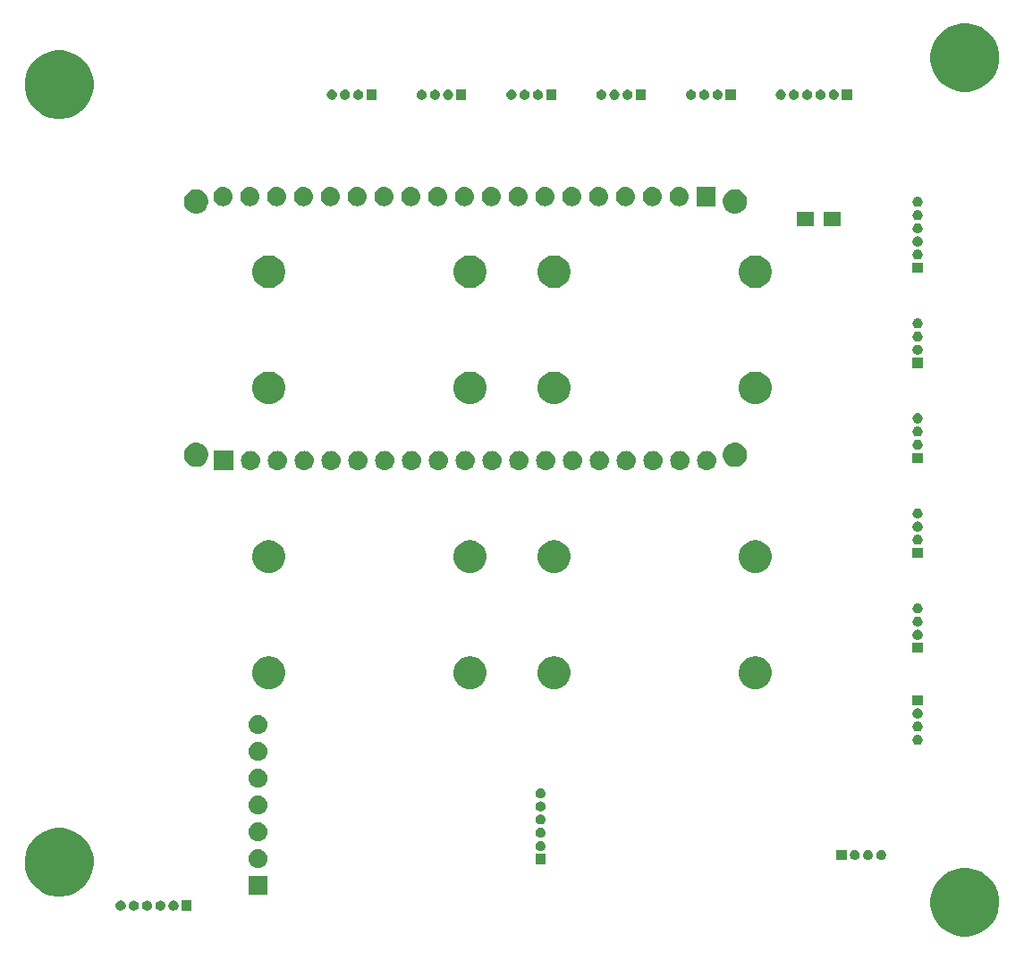
<source format=gbr>
G04 #@! TF.GenerationSoftware,KiCad,Pcbnew,(5.1.2)-2*
G04 #@! TF.CreationDate,2021-04-07T22:12:18-04:00*
G04 #@! TF.ProjectId,Magnetometer_A,4d61676e-6574-46f6-9d65-7465725f412e,rev?*
G04 #@! TF.SameCoordinates,Original*
G04 #@! TF.FileFunction,Soldermask,Top*
G04 #@! TF.FilePolarity,Negative*
%FSLAX46Y46*%
G04 Gerber Fmt 4.6, Leading zero omitted, Abs format (unit mm)*
G04 Created by KiCad (PCBNEW (5.1.2)-2) date 2021-04-07 22:12:18*
%MOMM*%
%LPD*%
G04 APERTURE LIST*
%ADD10C,0.100000*%
G04 APERTURE END LIST*
D10*
G36*
X125294239Y-103911467D02*
G01*
X125608282Y-103973934D01*
X126199926Y-104219001D01*
X126732392Y-104574784D01*
X127185216Y-105027608D01*
X127540999Y-105560074D01*
X127786066Y-106151718D01*
X127786066Y-106151719D01*
X127911000Y-106779803D01*
X127911000Y-107420197D01*
X127854661Y-107703432D01*
X127786066Y-108048282D01*
X127540999Y-108639926D01*
X127185216Y-109172392D01*
X126732392Y-109625216D01*
X126199926Y-109980999D01*
X125608282Y-110226066D01*
X125294239Y-110288533D01*
X124980197Y-110351000D01*
X124339803Y-110351000D01*
X124025761Y-110288533D01*
X123711718Y-110226066D01*
X123120074Y-109980999D01*
X122587608Y-109625216D01*
X122134784Y-109172392D01*
X121779001Y-108639926D01*
X121533934Y-108048282D01*
X121465339Y-107703432D01*
X121409000Y-107420197D01*
X121409000Y-106779803D01*
X121533934Y-106151719D01*
X121533934Y-106151718D01*
X121779001Y-105560074D01*
X122134784Y-105027608D01*
X122587608Y-104574784D01*
X123120074Y-104219001D01*
X123711718Y-103973934D01*
X124025761Y-103911467D01*
X124339803Y-103849000D01*
X124980197Y-103849000D01*
X125294239Y-103911467D01*
X125294239Y-103911467D01*
G37*
G36*
X51476000Y-107876000D02*
G01*
X50524000Y-107876000D01*
X50524000Y-106924000D01*
X51476000Y-106924000D01*
X51476000Y-107876000D01*
X51476000Y-107876000D01*
G37*
G36*
X49888843Y-106942292D02*
G01*
X49939588Y-106963311D01*
X49975470Y-106978174D01*
X50053432Y-107030267D01*
X50119733Y-107096568D01*
X50171826Y-107174530D01*
X50171826Y-107174531D01*
X50207708Y-107261157D01*
X50226000Y-107353117D01*
X50226000Y-107446883D01*
X50207708Y-107538843D01*
X50186689Y-107589588D01*
X50171826Y-107625470D01*
X50119733Y-107703432D01*
X50053432Y-107769733D01*
X49975470Y-107821826D01*
X49939588Y-107836689D01*
X49888843Y-107857708D01*
X49796883Y-107876000D01*
X49703117Y-107876000D01*
X49611157Y-107857708D01*
X49560412Y-107836689D01*
X49524530Y-107821826D01*
X49446568Y-107769733D01*
X49380267Y-107703432D01*
X49328174Y-107625470D01*
X49313311Y-107589588D01*
X49292292Y-107538843D01*
X49274000Y-107446883D01*
X49274000Y-107353117D01*
X49292292Y-107261157D01*
X49328174Y-107174531D01*
X49328174Y-107174530D01*
X49380267Y-107096568D01*
X49446568Y-107030267D01*
X49524530Y-106978174D01*
X49560412Y-106963311D01*
X49611157Y-106942292D01*
X49703117Y-106924000D01*
X49796883Y-106924000D01*
X49888843Y-106942292D01*
X49888843Y-106942292D01*
G37*
G36*
X48638843Y-106942292D02*
G01*
X48689588Y-106963311D01*
X48725470Y-106978174D01*
X48803432Y-107030267D01*
X48869733Y-107096568D01*
X48921826Y-107174530D01*
X48921826Y-107174531D01*
X48957708Y-107261157D01*
X48976000Y-107353117D01*
X48976000Y-107446883D01*
X48957708Y-107538843D01*
X48936689Y-107589588D01*
X48921826Y-107625470D01*
X48869733Y-107703432D01*
X48803432Y-107769733D01*
X48725470Y-107821826D01*
X48689588Y-107836689D01*
X48638843Y-107857708D01*
X48546883Y-107876000D01*
X48453117Y-107876000D01*
X48361157Y-107857708D01*
X48310412Y-107836689D01*
X48274530Y-107821826D01*
X48196568Y-107769733D01*
X48130267Y-107703432D01*
X48078174Y-107625470D01*
X48063311Y-107589588D01*
X48042292Y-107538843D01*
X48024000Y-107446883D01*
X48024000Y-107353117D01*
X48042292Y-107261157D01*
X48078174Y-107174531D01*
X48078174Y-107174530D01*
X48130267Y-107096568D01*
X48196568Y-107030267D01*
X48274530Y-106978174D01*
X48310412Y-106963311D01*
X48361157Y-106942292D01*
X48453117Y-106924000D01*
X48546883Y-106924000D01*
X48638843Y-106942292D01*
X48638843Y-106942292D01*
G37*
G36*
X46138843Y-106942292D02*
G01*
X46189588Y-106963311D01*
X46225470Y-106978174D01*
X46303432Y-107030267D01*
X46369733Y-107096568D01*
X46421826Y-107174530D01*
X46421826Y-107174531D01*
X46457708Y-107261157D01*
X46476000Y-107353117D01*
X46476000Y-107446883D01*
X46457708Y-107538843D01*
X46436689Y-107589588D01*
X46421826Y-107625470D01*
X46369733Y-107703432D01*
X46303432Y-107769733D01*
X46225470Y-107821826D01*
X46189588Y-107836689D01*
X46138843Y-107857708D01*
X46046883Y-107876000D01*
X45953117Y-107876000D01*
X45861157Y-107857708D01*
X45810412Y-107836689D01*
X45774530Y-107821826D01*
X45696568Y-107769733D01*
X45630267Y-107703432D01*
X45578174Y-107625470D01*
X45563311Y-107589588D01*
X45542292Y-107538843D01*
X45524000Y-107446883D01*
X45524000Y-107353117D01*
X45542292Y-107261157D01*
X45578174Y-107174531D01*
X45578174Y-107174530D01*
X45630267Y-107096568D01*
X45696568Y-107030267D01*
X45774530Y-106978174D01*
X45810412Y-106963311D01*
X45861157Y-106942292D01*
X45953117Y-106924000D01*
X46046883Y-106924000D01*
X46138843Y-106942292D01*
X46138843Y-106942292D01*
G37*
G36*
X47388843Y-106942292D02*
G01*
X47439588Y-106963311D01*
X47475470Y-106978174D01*
X47553432Y-107030267D01*
X47619733Y-107096568D01*
X47671826Y-107174530D01*
X47671826Y-107174531D01*
X47707708Y-107261157D01*
X47726000Y-107353117D01*
X47726000Y-107446883D01*
X47707708Y-107538843D01*
X47686689Y-107589588D01*
X47671826Y-107625470D01*
X47619733Y-107703432D01*
X47553432Y-107769733D01*
X47475470Y-107821826D01*
X47439588Y-107836689D01*
X47388843Y-107857708D01*
X47296883Y-107876000D01*
X47203117Y-107876000D01*
X47111157Y-107857708D01*
X47060412Y-107836689D01*
X47024530Y-107821826D01*
X46946568Y-107769733D01*
X46880267Y-107703432D01*
X46828174Y-107625470D01*
X46813311Y-107589588D01*
X46792292Y-107538843D01*
X46774000Y-107446883D01*
X46774000Y-107353117D01*
X46792292Y-107261157D01*
X46828174Y-107174531D01*
X46828174Y-107174530D01*
X46880267Y-107096568D01*
X46946568Y-107030267D01*
X47024530Y-106978174D01*
X47060412Y-106963311D01*
X47111157Y-106942292D01*
X47203117Y-106924000D01*
X47296883Y-106924000D01*
X47388843Y-106942292D01*
X47388843Y-106942292D01*
G37*
G36*
X44888843Y-106942292D02*
G01*
X44939588Y-106963311D01*
X44975470Y-106978174D01*
X45053432Y-107030267D01*
X45119733Y-107096568D01*
X45171826Y-107174530D01*
X45171826Y-107174531D01*
X45207708Y-107261157D01*
X45226000Y-107353117D01*
X45226000Y-107446883D01*
X45207708Y-107538843D01*
X45186689Y-107589588D01*
X45171826Y-107625470D01*
X45119733Y-107703432D01*
X45053432Y-107769733D01*
X44975470Y-107821826D01*
X44939588Y-107836689D01*
X44888843Y-107857708D01*
X44796883Y-107876000D01*
X44703117Y-107876000D01*
X44611157Y-107857708D01*
X44560412Y-107836689D01*
X44524530Y-107821826D01*
X44446568Y-107769733D01*
X44380267Y-107703432D01*
X44328174Y-107625470D01*
X44313311Y-107589588D01*
X44292292Y-107538843D01*
X44274000Y-107446883D01*
X44274000Y-107353117D01*
X44292292Y-107261157D01*
X44328174Y-107174531D01*
X44328174Y-107174530D01*
X44380267Y-107096568D01*
X44446568Y-107030267D01*
X44524530Y-106978174D01*
X44560412Y-106963311D01*
X44611157Y-106942292D01*
X44703117Y-106924000D01*
X44796883Y-106924000D01*
X44888843Y-106942292D01*
X44888843Y-106942292D01*
G37*
G36*
X39574239Y-100121467D02*
G01*
X39888282Y-100183934D01*
X40479926Y-100429001D01*
X40906477Y-100714014D01*
X41012391Y-100784783D01*
X41465217Y-101237609D01*
X41512226Y-101307963D01*
X41820999Y-101770074D01*
X42066066Y-102361718D01*
X42098346Y-102524000D01*
X42191000Y-102989803D01*
X42191000Y-103630197D01*
X42147477Y-103849000D01*
X42066066Y-104258282D01*
X41820999Y-104849926D01*
X41465216Y-105382392D01*
X41012392Y-105835216D01*
X40479926Y-106190999D01*
X39888282Y-106436066D01*
X39574239Y-106498533D01*
X39260197Y-106561000D01*
X38619803Y-106561000D01*
X38305761Y-106498533D01*
X37991718Y-106436066D01*
X37400074Y-106190999D01*
X36867608Y-105835216D01*
X36414784Y-105382392D01*
X36059001Y-104849926D01*
X35813934Y-104258282D01*
X35732523Y-103849000D01*
X35689000Y-103630197D01*
X35689000Y-102989803D01*
X35781654Y-102524000D01*
X35813934Y-102361718D01*
X36059001Y-101770074D01*
X36367774Y-101307963D01*
X36414783Y-101237609D01*
X36867609Y-100784783D01*
X36973523Y-100714014D01*
X37400074Y-100429001D01*
X37991718Y-100183934D01*
X38305761Y-100121467D01*
X38619803Y-100059000D01*
X39260197Y-100059000D01*
X39574239Y-100121467D01*
X39574239Y-100121467D01*
G37*
G36*
X58651000Y-106401000D02*
G01*
X56849000Y-106401000D01*
X56849000Y-104599000D01*
X58651000Y-104599000D01*
X58651000Y-106401000D01*
X58651000Y-106401000D01*
G37*
G36*
X57860443Y-102065519D02*
G01*
X57926627Y-102072037D01*
X58096466Y-102123557D01*
X58096468Y-102123558D01*
X58131518Y-102142293D01*
X58252991Y-102207222D01*
X58275872Y-102226000D01*
X58390186Y-102319814D01*
X58435090Y-102374531D01*
X58502778Y-102457009D01*
X58586443Y-102613534D01*
X58637963Y-102783373D01*
X58655359Y-102960000D01*
X58637963Y-103136627D01*
X58586443Y-103306466D01*
X58502778Y-103462991D01*
X58473448Y-103498729D01*
X58390186Y-103600186D01*
X58288729Y-103683448D01*
X58252991Y-103712778D01*
X58096466Y-103796443D01*
X57926627Y-103847963D01*
X57860443Y-103854481D01*
X57794260Y-103861000D01*
X57705740Y-103861000D01*
X57639557Y-103854481D01*
X57573373Y-103847963D01*
X57403534Y-103796443D01*
X57247009Y-103712778D01*
X57211271Y-103683448D01*
X57109814Y-103600186D01*
X57026552Y-103498729D01*
X56997222Y-103462991D01*
X56913557Y-103306466D01*
X56862037Y-103136627D01*
X56844641Y-102960000D01*
X56862037Y-102783373D01*
X56913557Y-102613534D01*
X56997222Y-102457009D01*
X57064910Y-102374531D01*
X57109814Y-102319814D01*
X57224128Y-102226000D01*
X57247009Y-102207222D01*
X57368482Y-102142293D01*
X57403532Y-102123558D01*
X57403534Y-102123557D01*
X57573373Y-102072037D01*
X57639557Y-102065519D01*
X57705740Y-102059000D01*
X57794260Y-102059000D01*
X57860443Y-102065519D01*
X57860443Y-102065519D01*
G37*
G36*
X84976000Y-103476000D02*
G01*
X84024000Y-103476000D01*
X84024000Y-102524000D01*
X84976000Y-102524000D01*
X84976000Y-103476000D01*
X84976000Y-103476000D01*
G37*
G36*
X116888843Y-102142292D02*
G01*
X116939588Y-102163311D01*
X116975470Y-102178174D01*
X117053432Y-102230267D01*
X117119733Y-102296568D01*
X117171826Y-102374530D01*
X117171826Y-102374531D01*
X117207708Y-102461157D01*
X117226000Y-102553117D01*
X117226000Y-102646883D01*
X117207708Y-102738843D01*
X117189263Y-102783373D01*
X117171826Y-102825470D01*
X117119733Y-102903432D01*
X117053432Y-102969733D01*
X116975470Y-103021826D01*
X116939588Y-103036689D01*
X116888843Y-103057708D01*
X116796883Y-103076000D01*
X116703117Y-103076000D01*
X116611157Y-103057708D01*
X116560412Y-103036689D01*
X116524530Y-103021826D01*
X116446568Y-102969733D01*
X116380267Y-102903432D01*
X116328174Y-102825470D01*
X116310737Y-102783373D01*
X116292292Y-102738843D01*
X116274000Y-102646883D01*
X116274000Y-102553117D01*
X116292292Y-102461157D01*
X116328174Y-102374531D01*
X116328174Y-102374530D01*
X116380267Y-102296568D01*
X116446568Y-102230267D01*
X116524530Y-102178174D01*
X116560412Y-102163311D01*
X116611157Y-102142292D01*
X116703117Y-102124000D01*
X116796883Y-102124000D01*
X116888843Y-102142292D01*
X116888843Y-102142292D01*
G37*
G36*
X115638843Y-102142292D02*
G01*
X115689588Y-102163311D01*
X115725470Y-102178174D01*
X115803432Y-102230267D01*
X115869733Y-102296568D01*
X115921826Y-102374530D01*
X115921826Y-102374531D01*
X115957708Y-102461157D01*
X115976000Y-102553117D01*
X115976000Y-102646883D01*
X115957708Y-102738843D01*
X115939263Y-102783373D01*
X115921826Y-102825470D01*
X115869733Y-102903432D01*
X115803432Y-102969733D01*
X115725470Y-103021826D01*
X115689588Y-103036689D01*
X115638843Y-103057708D01*
X115546883Y-103076000D01*
X115453117Y-103076000D01*
X115361157Y-103057708D01*
X115310412Y-103036689D01*
X115274530Y-103021826D01*
X115196568Y-102969733D01*
X115130267Y-102903432D01*
X115078174Y-102825470D01*
X115060737Y-102783373D01*
X115042292Y-102738843D01*
X115024000Y-102646883D01*
X115024000Y-102553117D01*
X115042292Y-102461157D01*
X115078174Y-102374531D01*
X115078174Y-102374530D01*
X115130267Y-102296568D01*
X115196568Y-102230267D01*
X115274530Y-102178174D01*
X115310412Y-102163311D01*
X115361157Y-102142292D01*
X115453117Y-102124000D01*
X115546883Y-102124000D01*
X115638843Y-102142292D01*
X115638843Y-102142292D01*
G37*
G36*
X114388843Y-102142292D02*
G01*
X114439588Y-102163311D01*
X114475470Y-102178174D01*
X114553432Y-102230267D01*
X114619733Y-102296568D01*
X114671826Y-102374530D01*
X114671826Y-102374531D01*
X114707708Y-102461157D01*
X114726000Y-102553117D01*
X114726000Y-102646883D01*
X114707708Y-102738843D01*
X114689263Y-102783373D01*
X114671826Y-102825470D01*
X114619733Y-102903432D01*
X114553432Y-102969733D01*
X114475470Y-103021826D01*
X114439588Y-103036689D01*
X114388843Y-103057708D01*
X114296883Y-103076000D01*
X114203117Y-103076000D01*
X114111157Y-103057708D01*
X114060412Y-103036689D01*
X114024530Y-103021826D01*
X113946568Y-102969733D01*
X113880267Y-102903432D01*
X113828174Y-102825470D01*
X113810737Y-102783373D01*
X113792292Y-102738843D01*
X113774000Y-102646883D01*
X113774000Y-102553117D01*
X113792292Y-102461157D01*
X113828174Y-102374531D01*
X113828174Y-102374530D01*
X113880267Y-102296568D01*
X113946568Y-102230267D01*
X114024530Y-102178174D01*
X114060412Y-102163311D01*
X114111157Y-102142292D01*
X114203117Y-102124000D01*
X114296883Y-102124000D01*
X114388843Y-102142292D01*
X114388843Y-102142292D01*
G37*
G36*
X113476000Y-103076000D02*
G01*
X112524000Y-103076000D01*
X112524000Y-102124000D01*
X113476000Y-102124000D01*
X113476000Y-103076000D01*
X113476000Y-103076000D01*
G37*
G36*
X84638843Y-101292292D02*
G01*
X84689588Y-101313311D01*
X84725470Y-101328174D01*
X84803432Y-101380267D01*
X84869733Y-101446568D01*
X84921826Y-101524530D01*
X84921826Y-101524531D01*
X84957708Y-101611157D01*
X84976000Y-101703117D01*
X84976000Y-101796883D01*
X84957708Y-101888843D01*
X84936689Y-101939588D01*
X84921826Y-101975470D01*
X84869733Y-102053432D01*
X84803432Y-102119733D01*
X84725470Y-102171826D01*
X84710144Y-102178174D01*
X84638843Y-102207708D01*
X84546883Y-102226000D01*
X84453117Y-102226000D01*
X84361157Y-102207708D01*
X84289856Y-102178174D01*
X84274530Y-102171826D01*
X84196568Y-102119733D01*
X84130267Y-102053432D01*
X84078174Y-101975470D01*
X84063311Y-101939588D01*
X84042292Y-101888843D01*
X84024000Y-101796883D01*
X84024000Y-101703117D01*
X84042292Y-101611157D01*
X84078174Y-101524531D01*
X84078174Y-101524530D01*
X84130267Y-101446568D01*
X84196568Y-101380267D01*
X84274530Y-101328174D01*
X84310412Y-101313311D01*
X84361157Y-101292292D01*
X84453117Y-101274000D01*
X84546883Y-101274000D01*
X84638843Y-101292292D01*
X84638843Y-101292292D01*
G37*
G36*
X57860442Y-99525518D02*
G01*
X57926627Y-99532037D01*
X58096466Y-99583557D01*
X58252991Y-99667222D01*
X58288729Y-99696552D01*
X58390186Y-99779814D01*
X58473448Y-99881271D01*
X58502778Y-99917009D01*
X58586443Y-100073534D01*
X58637963Y-100243373D01*
X58655359Y-100420000D01*
X58637963Y-100596627D01*
X58586443Y-100766466D01*
X58502778Y-100922991D01*
X58474287Y-100957707D01*
X58390186Y-101060186D01*
X58288729Y-101143448D01*
X58252991Y-101172778D01*
X58096466Y-101256443D01*
X57926627Y-101307963D01*
X57860443Y-101314481D01*
X57794260Y-101321000D01*
X57705740Y-101321000D01*
X57639558Y-101314482D01*
X57573373Y-101307963D01*
X57403534Y-101256443D01*
X57247009Y-101172778D01*
X57211271Y-101143448D01*
X57109814Y-101060186D01*
X57025713Y-100957707D01*
X56997222Y-100922991D01*
X56913557Y-100766466D01*
X56862037Y-100596627D01*
X56844641Y-100420000D01*
X56862037Y-100243373D01*
X56913557Y-100073534D01*
X56997222Y-99917009D01*
X57026552Y-99881271D01*
X57109814Y-99779814D01*
X57211271Y-99696552D01*
X57247009Y-99667222D01*
X57403534Y-99583557D01*
X57573373Y-99532037D01*
X57639558Y-99525518D01*
X57705740Y-99519000D01*
X57794260Y-99519000D01*
X57860442Y-99525518D01*
X57860442Y-99525518D01*
G37*
G36*
X84638843Y-100042292D02*
G01*
X84679179Y-100059000D01*
X84725470Y-100078174D01*
X84803432Y-100130267D01*
X84869733Y-100196568D01*
X84921826Y-100274530D01*
X84921826Y-100274531D01*
X84957708Y-100361157D01*
X84976000Y-100453117D01*
X84976000Y-100546883D01*
X84957708Y-100638843D01*
X84936689Y-100689588D01*
X84921826Y-100725470D01*
X84869733Y-100803432D01*
X84803432Y-100869733D01*
X84725470Y-100921826D01*
X84689588Y-100936689D01*
X84638843Y-100957708D01*
X84546883Y-100976000D01*
X84453117Y-100976000D01*
X84361157Y-100957708D01*
X84310412Y-100936689D01*
X84274530Y-100921826D01*
X84196568Y-100869733D01*
X84130267Y-100803432D01*
X84078174Y-100725470D01*
X84063311Y-100689588D01*
X84042292Y-100638843D01*
X84024000Y-100546883D01*
X84024000Y-100453117D01*
X84042292Y-100361157D01*
X84078174Y-100274531D01*
X84078174Y-100274530D01*
X84130267Y-100196568D01*
X84196568Y-100130267D01*
X84274530Y-100078174D01*
X84320821Y-100059000D01*
X84361157Y-100042292D01*
X84453117Y-100024000D01*
X84546883Y-100024000D01*
X84638843Y-100042292D01*
X84638843Y-100042292D01*
G37*
G36*
X84638843Y-98792292D02*
G01*
X84689588Y-98813311D01*
X84725470Y-98828174D01*
X84803432Y-98880267D01*
X84869733Y-98946568D01*
X84921826Y-99024530D01*
X84921826Y-99024531D01*
X84957708Y-99111157D01*
X84976000Y-99203117D01*
X84976000Y-99296883D01*
X84957708Y-99388843D01*
X84936689Y-99439588D01*
X84921826Y-99475470D01*
X84869733Y-99553432D01*
X84803432Y-99619733D01*
X84725470Y-99671826D01*
X84689588Y-99686689D01*
X84638843Y-99707708D01*
X84546883Y-99726000D01*
X84453117Y-99726000D01*
X84361157Y-99707708D01*
X84310412Y-99686689D01*
X84274530Y-99671826D01*
X84196568Y-99619733D01*
X84130267Y-99553432D01*
X84078174Y-99475470D01*
X84063311Y-99439588D01*
X84042292Y-99388843D01*
X84024000Y-99296883D01*
X84024000Y-99203117D01*
X84042292Y-99111157D01*
X84078174Y-99024531D01*
X84078174Y-99024530D01*
X84130267Y-98946568D01*
X84196568Y-98880267D01*
X84274530Y-98828174D01*
X84310412Y-98813311D01*
X84361157Y-98792292D01*
X84453117Y-98774000D01*
X84546883Y-98774000D01*
X84638843Y-98792292D01*
X84638843Y-98792292D01*
G37*
G36*
X57860443Y-96985519D02*
G01*
X57926627Y-96992037D01*
X58096466Y-97043557D01*
X58252991Y-97127222D01*
X58288729Y-97156552D01*
X58390186Y-97239814D01*
X58473448Y-97341271D01*
X58502778Y-97377009D01*
X58586443Y-97533534D01*
X58637963Y-97703373D01*
X58655359Y-97880000D01*
X58637963Y-98056627D01*
X58586745Y-98225469D01*
X58586442Y-98226468D01*
X58544610Y-98304729D01*
X58502778Y-98382991D01*
X58473448Y-98418729D01*
X58390186Y-98520186D01*
X58288729Y-98603448D01*
X58252991Y-98632778D01*
X58096466Y-98716443D01*
X57926627Y-98767963D01*
X57865331Y-98774000D01*
X57794260Y-98781000D01*
X57705740Y-98781000D01*
X57634669Y-98774000D01*
X57573373Y-98767963D01*
X57403534Y-98716443D01*
X57247009Y-98632778D01*
X57211271Y-98603448D01*
X57109814Y-98520186D01*
X57026552Y-98418729D01*
X56997222Y-98382991D01*
X56955389Y-98304728D01*
X56913558Y-98226468D01*
X56913255Y-98225469D01*
X56862037Y-98056627D01*
X56844641Y-97880000D01*
X56862037Y-97703373D01*
X56913557Y-97533534D01*
X56997222Y-97377009D01*
X57026552Y-97341271D01*
X57109814Y-97239814D01*
X57211271Y-97156552D01*
X57247009Y-97127222D01*
X57403534Y-97043557D01*
X57573373Y-96992037D01*
X57639557Y-96985519D01*
X57705740Y-96979000D01*
X57794260Y-96979000D01*
X57860443Y-96985519D01*
X57860443Y-96985519D01*
G37*
G36*
X84638843Y-97542292D02*
G01*
X84689588Y-97563311D01*
X84725470Y-97578174D01*
X84803432Y-97630267D01*
X84869733Y-97696568D01*
X84921826Y-97774530D01*
X84921826Y-97774531D01*
X84957708Y-97861157D01*
X84976000Y-97953117D01*
X84976000Y-98046883D01*
X84957708Y-98138843D01*
X84936689Y-98189588D01*
X84921826Y-98225470D01*
X84869733Y-98303432D01*
X84803432Y-98369733D01*
X84725470Y-98421826D01*
X84689588Y-98436689D01*
X84638843Y-98457708D01*
X84546883Y-98476000D01*
X84453117Y-98476000D01*
X84361157Y-98457708D01*
X84310412Y-98436689D01*
X84274530Y-98421826D01*
X84196568Y-98369733D01*
X84130267Y-98303432D01*
X84078174Y-98225470D01*
X84063311Y-98189588D01*
X84042292Y-98138843D01*
X84024000Y-98046883D01*
X84024000Y-97953117D01*
X84042292Y-97861157D01*
X84078174Y-97774531D01*
X84078174Y-97774530D01*
X84130267Y-97696568D01*
X84196568Y-97630267D01*
X84274530Y-97578174D01*
X84310412Y-97563311D01*
X84361157Y-97542292D01*
X84453117Y-97524000D01*
X84546883Y-97524000D01*
X84638843Y-97542292D01*
X84638843Y-97542292D01*
G37*
G36*
X84638843Y-96292292D02*
G01*
X84689588Y-96313311D01*
X84725470Y-96328174D01*
X84803432Y-96380267D01*
X84869733Y-96446568D01*
X84921826Y-96524530D01*
X84921826Y-96524531D01*
X84957708Y-96611157D01*
X84976000Y-96703117D01*
X84976000Y-96796883D01*
X84957708Y-96888843D01*
X84936689Y-96939588D01*
X84921826Y-96975470D01*
X84869733Y-97053432D01*
X84803432Y-97119733D01*
X84725470Y-97171826D01*
X84689588Y-97186689D01*
X84638843Y-97207708D01*
X84546883Y-97226000D01*
X84453117Y-97226000D01*
X84361157Y-97207708D01*
X84310412Y-97186689D01*
X84274530Y-97171826D01*
X84196568Y-97119733D01*
X84130267Y-97053432D01*
X84078174Y-96975470D01*
X84063311Y-96939588D01*
X84042292Y-96888843D01*
X84024000Y-96796883D01*
X84024000Y-96703117D01*
X84042292Y-96611157D01*
X84078174Y-96524531D01*
X84078174Y-96524530D01*
X84130267Y-96446568D01*
X84196568Y-96380267D01*
X84274530Y-96328174D01*
X84310412Y-96313311D01*
X84361157Y-96292292D01*
X84453117Y-96274000D01*
X84546883Y-96274000D01*
X84638843Y-96292292D01*
X84638843Y-96292292D01*
G37*
G36*
X57860442Y-94445518D02*
G01*
X57926627Y-94452037D01*
X58096466Y-94503557D01*
X58252991Y-94587222D01*
X58288729Y-94616552D01*
X58390186Y-94699814D01*
X58473448Y-94801271D01*
X58502778Y-94837009D01*
X58586443Y-94993534D01*
X58637963Y-95163373D01*
X58655359Y-95340000D01*
X58637963Y-95516627D01*
X58586443Y-95686466D01*
X58502778Y-95842991D01*
X58473448Y-95878729D01*
X58390186Y-95980186D01*
X58288729Y-96063448D01*
X58252991Y-96092778D01*
X58096466Y-96176443D01*
X57926627Y-96227963D01*
X57860443Y-96234481D01*
X57794260Y-96241000D01*
X57705740Y-96241000D01*
X57639557Y-96234481D01*
X57573373Y-96227963D01*
X57403534Y-96176443D01*
X57247009Y-96092778D01*
X57211271Y-96063448D01*
X57109814Y-95980186D01*
X57026552Y-95878729D01*
X56997222Y-95842991D01*
X56913557Y-95686466D01*
X56862037Y-95516627D01*
X56844641Y-95340000D01*
X56862037Y-95163373D01*
X56913557Y-94993534D01*
X56997222Y-94837009D01*
X57026552Y-94801271D01*
X57109814Y-94699814D01*
X57211271Y-94616552D01*
X57247009Y-94587222D01*
X57403534Y-94503557D01*
X57573373Y-94452037D01*
X57639558Y-94445518D01*
X57705740Y-94439000D01*
X57794260Y-94439000D01*
X57860442Y-94445518D01*
X57860442Y-94445518D01*
G37*
G36*
X57860443Y-91905519D02*
G01*
X57926627Y-91912037D01*
X58096466Y-91963557D01*
X58252991Y-92047222D01*
X58288729Y-92076552D01*
X58390186Y-92159814D01*
X58473448Y-92261271D01*
X58502778Y-92297009D01*
X58586443Y-92453534D01*
X58637963Y-92623373D01*
X58655359Y-92800000D01*
X58637963Y-92976627D01*
X58586443Y-93146466D01*
X58502778Y-93302991D01*
X58473448Y-93338729D01*
X58390186Y-93440186D01*
X58288729Y-93523448D01*
X58252991Y-93552778D01*
X58096466Y-93636443D01*
X57926627Y-93687963D01*
X57860443Y-93694481D01*
X57794260Y-93701000D01*
X57705740Y-93701000D01*
X57639557Y-93694481D01*
X57573373Y-93687963D01*
X57403534Y-93636443D01*
X57247009Y-93552778D01*
X57211271Y-93523448D01*
X57109814Y-93440186D01*
X57026552Y-93338729D01*
X56997222Y-93302991D01*
X56913557Y-93146466D01*
X56862037Y-92976627D01*
X56844641Y-92800000D01*
X56862037Y-92623373D01*
X56913557Y-92453534D01*
X56997222Y-92297009D01*
X57026552Y-92261271D01*
X57109814Y-92159814D01*
X57211271Y-92076552D01*
X57247009Y-92047222D01*
X57403534Y-91963557D01*
X57573373Y-91912037D01*
X57639557Y-91905519D01*
X57705740Y-91899000D01*
X57794260Y-91899000D01*
X57860443Y-91905519D01*
X57860443Y-91905519D01*
G37*
G36*
X120338843Y-91242292D02*
G01*
X120389588Y-91263311D01*
X120425470Y-91278174D01*
X120503432Y-91330267D01*
X120569733Y-91396568D01*
X120621826Y-91474530D01*
X120621826Y-91474531D01*
X120657708Y-91561157D01*
X120676000Y-91653117D01*
X120676000Y-91746883D01*
X120657708Y-91838843D01*
X120636689Y-91889588D01*
X120621826Y-91925470D01*
X120569733Y-92003432D01*
X120503432Y-92069733D01*
X120425470Y-92121826D01*
X120389588Y-92136689D01*
X120338843Y-92157708D01*
X120246883Y-92176000D01*
X120153117Y-92176000D01*
X120061157Y-92157708D01*
X120010412Y-92136689D01*
X119974530Y-92121826D01*
X119896568Y-92069733D01*
X119830267Y-92003432D01*
X119778174Y-91925470D01*
X119763311Y-91889588D01*
X119742292Y-91838843D01*
X119724000Y-91746883D01*
X119724000Y-91653117D01*
X119742292Y-91561157D01*
X119778174Y-91474531D01*
X119778174Y-91474530D01*
X119830267Y-91396568D01*
X119896568Y-91330267D01*
X119974530Y-91278174D01*
X120010412Y-91263311D01*
X120061157Y-91242292D01*
X120153117Y-91224000D01*
X120246883Y-91224000D01*
X120338843Y-91242292D01*
X120338843Y-91242292D01*
G37*
G36*
X57860442Y-89365518D02*
G01*
X57926627Y-89372037D01*
X58096466Y-89423557D01*
X58252991Y-89507222D01*
X58288729Y-89536552D01*
X58390186Y-89619814D01*
X58473448Y-89721271D01*
X58502778Y-89757009D01*
X58586443Y-89913534D01*
X58637963Y-90083373D01*
X58655359Y-90260000D01*
X58637963Y-90436627D01*
X58586443Y-90606466D01*
X58502778Y-90762991D01*
X58473448Y-90798729D01*
X58390186Y-90900186D01*
X58288729Y-90983448D01*
X58252991Y-91012778D01*
X58096466Y-91096443D01*
X57926627Y-91147963D01*
X57860442Y-91154482D01*
X57794260Y-91161000D01*
X57705740Y-91161000D01*
X57639558Y-91154482D01*
X57573373Y-91147963D01*
X57403534Y-91096443D01*
X57247009Y-91012778D01*
X57211271Y-90983448D01*
X57109814Y-90900186D01*
X57026552Y-90798729D01*
X56997222Y-90762991D01*
X56913557Y-90606466D01*
X56862037Y-90436627D01*
X56844641Y-90260000D01*
X56862037Y-90083373D01*
X56913557Y-89913534D01*
X56997222Y-89757009D01*
X57026552Y-89721271D01*
X57109814Y-89619814D01*
X57211271Y-89536552D01*
X57247009Y-89507222D01*
X57403534Y-89423557D01*
X57573373Y-89372037D01*
X57639558Y-89365518D01*
X57705740Y-89359000D01*
X57794260Y-89359000D01*
X57860442Y-89365518D01*
X57860442Y-89365518D01*
G37*
G36*
X120338843Y-89992292D02*
G01*
X120389588Y-90013311D01*
X120425470Y-90028174D01*
X120503432Y-90080267D01*
X120569733Y-90146568D01*
X120621826Y-90224530D01*
X120621826Y-90224531D01*
X120657708Y-90311157D01*
X120676000Y-90403117D01*
X120676000Y-90496883D01*
X120657708Y-90588843D01*
X120650408Y-90606466D01*
X120621826Y-90675470D01*
X120569733Y-90753432D01*
X120503432Y-90819733D01*
X120425470Y-90871826D01*
X120389588Y-90886689D01*
X120338843Y-90907708D01*
X120246883Y-90926000D01*
X120153117Y-90926000D01*
X120061157Y-90907708D01*
X120010412Y-90886689D01*
X119974530Y-90871826D01*
X119896568Y-90819733D01*
X119830267Y-90753432D01*
X119778174Y-90675470D01*
X119749592Y-90606466D01*
X119742292Y-90588843D01*
X119724000Y-90496883D01*
X119724000Y-90403117D01*
X119742292Y-90311157D01*
X119778174Y-90224531D01*
X119778174Y-90224530D01*
X119830267Y-90146568D01*
X119896568Y-90080267D01*
X119974530Y-90028174D01*
X120010412Y-90013311D01*
X120061157Y-89992292D01*
X120153117Y-89974000D01*
X120246883Y-89974000D01*
X120338843Y-89992292D01*
X120338843Y-89992292D01*
G37*
G36*
X120338843Y-88742292D02*
G01*
X120389588Y-88763311D01*
X120425470Y-88778174D01*
X120503432Y-88830267D01*
X120569733Y-88896568D01*
X120621826Y-88974530D01*
X120621826Y-88974531D01*
X120657708Y-89061157D01*
X120676000Y-89153117D01*
X120676000Y-89246883D01*
X120657708Y-89338843D01*
X120643958Y-89372037D01*
X120621826Y-89425470D01*
X120569733Y-89503432D01*
X120503432Y-89569733D01*
X120425470Y-89621826D01*
X120389588Y-89636689D01*
X120338843Y-89657708D01*
X120246883Y-89676000D01*
X120153117Y-89676000D01*
X120061157Y-89657708D01*
X120010412Y-89636689D01*
X119974530Y-89621826D01*
X119896568Y-89569733D01*
X119830267Y-89503432D01*
X119778174Y-89425470D01*
X119756042Y-89372037D01*
X119742292Y-89338843D01*
X119724000Y-89246883D01*
X119724000Y-89153117D01*
X119742292Y-89061157D01*
X119778174Y-88974531D01*
X119778174Y-88974530D01*
X119830267Y-88896568D01*
X119896568Y-88830267D01*
X119974530Y-88778174D01*
X120010412Y-88763311D01*
X120061157Y-88742292D01*
X120153117Y-88724000D01*
X120246883Y-88724000D01*
X120338843Y-88742292D01*
X120338843Y-88742292D01*
G37*
G36*
X120676000Y-88426000D02*
G01*
X119724000Y-88426000D01*
X119724000Y-87474000D01*
X120676000Y-87474000D01*
X120676000Y-88426000D01*
X120676000Y-88426000D01*
G37*
G36*
X78142938Y-83844650D02*
G01*
X78292763Y-83874452D01*
X78575027Y-83991369D01*
X78829058Y-84161107D01*
X79045094Y-84377143D01*
X79214832Y-84631174D01*
X79331749Y-84913438D01*
X79391353Y-85213088D01*
X79391353Y-85518608D01*
X79331749Y-85818258D01*
X79214832Y-86100522D01*
X79045094Y-86354553D01*
X78829058Y-86570589D01*
X78575027Y-86740327D01*
X78292763Y-86857244D01*
X78142938Y-86887046D01*
X77993114Y-86916848D01*
X77687592Y-86916848D01*
X77537768Y-86887046D01*
X77387943Y-86857244D01*
X77105679Y-86740327D01*
X76851648Y-86570589D01*
X76635612Y-86354553D01*
X76465874Y-86100522D01*
X76348957Y-85818258D01*
X76289353Y-85518608D01*
X76289353Y-85213088D01*
X76348957Y-84913438D01*
X76465874Y-84631174D01*
X76635612Y-84377143D01*
X76851648Y-84161107D01*
X77105679Y-83991369D01*
X77387943Y-83874452D01*
X77537768Y-83844650D01*
X77687592Y-83814848D01*
X77993114Y-83814848D01*
X78142938Y-83844650D01*
X78142938Y-83844650D01*
G37*
G36*
X86090379Y-83844650D02*
G01*
X86240204Y-83874452D01*
X86522468Y-83991369D01*
X86776499Y-84161107D01*
X86992535Y-84377143D01*
X87162273Y-84631174D01*
X87279190Y-84913438D01*
X87338794Y-85213088D01*
X87338794Y-85518608D01*
X87279190Y-85818258D01*
X87162273Y-86100522D01*
X86992535Y-86354553D01*
X86776499Y-86570589D01*
X86522468Y-86740327D01*
X86240204Y-86857244D01*
X86090379Y-86887046D01*
X85940555Y-86916848D01*
X85635033Y-86916848D01*
X85485209Y-86887046D01*
X85335384Y-86857244D01*
X85053120Y-86740327D01*
X84799089Y-86570589D01*
X84583053Y-86354553D01*
X84413315Y-86100522D01*
X84296398Y-85818258D01*
X84236794Y-85518608D01*
X84236794Y-85213088D01*
X84296398Y-84913438D01*
X84413315Y-84631174D01*
X84583053Y-84377143D01*
X84799089Y-84161107D01*
X85053120Y-83991369D01*
X85335384Y-83874452D01*
X85485209Y-83844650D01*
X85635033Y-83814848D01*
X85940555Y-83814848D01*
X86090379Y-83844650D01*
X86090379Y-83844650D01*
G37*
G36*
X105142938Y-83844650D02*
G01*
X105292763Y-83874452D01*
X105575027Y-83991369D01*
X105829058Y-84161107D01*
X106045094Y-84377143D01*
X106214832Y-84631174D01*
X106331749Y-84913438D01*
X106391353Y-85213088D01*
X106391353Y-85518608D01*
X106331749Y-85818258D01*
X106214832Y-86100522D01*
X106045094Y-86354553D01*
X105829058Y-86570589D01*
X105575027Y-86740327D01*
X105292763Y-86857244D01*
X105142938Y-86887046D01*
X104993114Y-86916848D01*
X104687592Y-86916848D01*
X104537768Y-86887046D01*
X104387943Y-86857244D01*
X104105679Y-86740327D01*
X103851648Y-86570589D01*
X103635612Y-86354553D01*
X103465874Y-86100522D01*
X103348957Y-85818258D01*
X103289353Y-85518608D01*
X103289353Y-85213088D01*
X103348957Y-84913438D01*
X103465874Y-84631174D01*
X103635612Y-84377143D01*
X103851648Y-84161107D01*
X104105679Y-83991369D01*
X104387943Y-83874452D01*
X104537768Y-83844650D01*
X104687592Y-83814848D01*
X104993114Y-83814848D01*
X105142938Y-83844650D01*
X105142938Y-83844650D01*
G37*
G36*
X59090379Y-83844650D02*
G01*
X59240204Y-83874452D01*
X59522468Y-83991369D01*
X59776499Y-84161107D01*
X59992535Y-84377143D01*
X60162273Y-84631174D01*
X60279190Y-84913438D01*
X60338794Y-85213088D01*
X60338794Y-85518608D01*
X60279190Y-85818258D01*
X60162273Y-86100522D01*
X59992535Y-86354553D01*
X59776499Y-86570589D01*
X59522468Y-86740327D01*
X59240204Y-86857244D01*
X59090379Y-86887046D01*
X58940555Y-86916848D01*
X58635033Y-86916848D01*
X58485209Y-86887046D01*
X58335384Y-86857244D01*
X58053120Y-86740327D01*
X57799089Y-86570589D01*
X57583053Y-86354553D01*
X57413315Y-86100522D01*
X57296398Y-85818258D01*
X57236794Y-85518608D01*
X57236794Y-85213088D01*
X57296398Y-84913438D01*
X57413315Y-84631174D01*
X57583053Y-84377143D01*
X57799089Y-84161107D01*
X58053120Y-83991369D01*
X58335384Y-83874452D01*
X58485209Y-83844650D01*
X58635033Y-83814848D01*
X58940555Y-83814848D01*
X59090379Y-83844650D01*
X59090379Y-83844650D01*
G37*
G36*
X120676000Y-83476000D02*
G01*
X119724000Y-83476000D01*
X119724000Y-82524000D01*
X120676000Y-82524000D01*
X120676000Y-83476000D01*
X120676000Y-83476000D01*
G37*
G36*
X120338843Y-81292292D02*
G01*
X120389588Y-81313311D01*
X120425470Y-81328174D01*
X120503432Y-81380267D01*
X120569733Y-81446568D01*
X120621826Y-81524530D01*
X120621826Y-81524531D01*
X120657708Y-81611157D01*
X120676000Y-81703117D01*
X120676000Y-81796883D01*
X120657708Y-81888843D01*
X120636689Y-81939588D01*
X120621826Y-81975470D01*
X120569733Y-82053432D01*
X120503432Y-82119733D01*
X120425470Y-82171826D01*
X120389588Y-82186689D01*
X120338843Y-82207708D01*
X120246883Y-82226000D01*
X120153117Y-82226000D01*
X120061157Y-82207708D01*
X120010412Y-82186689D01*
X119974530Y-82171826D01*
X119896568Y-82119733D01*
X119830267Y-82053432D01*
X119778174Y-81975470D01*
X119763311Y-81939588D01*
X119742292Y-81888843D01*
X119724000Y-81796883D01*
X119724000Y-81703117D01*
X119742292Y-81611157D01*
X119778174Y-81524531D01*
X119778174Y-81524530D01*
X119830267Y-81446568D01*
X119896568Y-81380267D01*
X119974530Y-81328174D01*
X120010412Y-81313311D01*
X120061157Y-81292292D01*
X120153117Y-81274000D01*
X120246883Y-81274000D01*
X120338843Y-81292292D01*
X120338843Y-81292292D01*
G37*
G36*
X120338843Y-80042292D02*
G01*
X120389588Y-80063311D01*
X120425470Y-80078174D01*
X120503432Y-80130267D01*
X120569733Y-80196568D01*
X120621826Y-80274530D01*
X120621826Y-80274531D01*
X120657708Y-80361157D01*
X120676000Y-80453117D01*
X120676000Y-80546883D01*
X120657708Y-80638843D01*
X120636689Y-80689588D01*
X120621826Y-80725470D01*
X120569733Y-80803432D01*
X120503432Y-80869733D01*
X120425470Y-80921826D01*
X120389588Y-80936689D01*
X120338843Y-80957708D01*
X120246883Y-80976000D01*
X120153117Y-80976000D01*
X120061157Y-80957708D01*
X120010412Y-80936689D01*
X119974530Y-80921826D01*
X119896568Y-80869733D01*
X119830267Y-80803432D01*
X119778174Y-80725470D01*
X119763311Y-80689588D01*
X119742292Y-80638843D01*
X119724000Y-80546883D01*
X119724000Y-80453117D01*
X119742292Y-80361157D01*
X119778174Y-80274531D01*
X119778174Y-80274530D01*
X119830267Y-80196568D01*
X119896568Y-80130267D01*
X119974530Y-80078174D01*
X120010412Y-80063311D01*
X120061157Y-80042292D01*
X120153117Y-80024000D01*
X120246883Y-80024000D01*
X120338843Y-80042292D01*
X120338843Y-80042292D01*
G37*
G36*
X120338843Y-78792292D02*
G01*
X120389588Y-78813311D01*
X120425470Y-78828174D01*
X120503432Y-78880267D01*
X120569733Y-78946568D01*
X120621826Y-79024530D01*
X120621826Y-79024531D01*
X120657708Y-79111157D01*
X120676000Y-79203117D01*
X120676000Y-79296883D01*
X120657708Y-79388843D01*
X120636689Y-79439588D01*
X120621826Y-79475470D01*
X120569733Y-79553432D01*
X120503432Y-79619733D01*
X120425470Y-79671826D01*
X120389588Y-79686689D01*
X120338843Y-79707708D01*
X120246883Y-79726000D01*
X120153117Y-79726000D01*
X120061157Y-79707708D01*
X120010412Y-79686689D01*
X119974530Y-79671826D01*
X119896568Y-79619733D01*
X119830267Y-79553432D01*
X119778174Y-79475470D01*
X119763311Y-79439588D01*
X119742292Y-79388843D01*
X119724000Y-79296883D01*
X119724000Y-79203117D01*
X119742292Y-79111157D01*
X119778174Y-79024531D01*
X119778174Y-79024530D01*
X119830267Y-78946568D01*
X119896568Y-78880267D01*
X119974530Y-78828174D01*
X120010412Y-78813311D01*
X120061157Y-78792292D01*
X120153117Y-78774000D01*
X120246883Y-78774000D01*
X120338843Y-78792292D01*
X120338843Y-78792292D01*
G37*
G36*
X105142938Y-72844650D02*
G01*
X105292763Y-72874452D01*
X105575027Y-72991369D01*
X105829058Y-73161107D01*
X106045094Y-73377143D01*
X106214832Y-73631174D01*
X106331749Y-73913438D01*
X106391353Y-74213088D01*
X106391353Y-74518608D01*
X106331749Y-74818258D01*
X106214832Y-75100522D01*
X106045094Y-75354553D01*
X105829058Y-75570589D01*
X105575027Y-75740327D01*
X105292763Y-75857244D01*
X105142938Y-75887046D01*
X104993114Y-75916848D01*
X104687592Y-75916848D01*
X104537768Y-75887046D01*
X104387943Y-75857244D01*
X104105679Y-75740327D01*
X103851648Y-75570589D01*
X103635612Y-75354553D01*
X103465874Y-75100522D01*
X103348957Y-74818258D01*
X103289353Y-74518608D01*
X103289353Y-74213088D01*
X103348957Y-73913438D01*
X103465874Y-73631174D01*
X103635612Y-73377143D01*
X103851648Y-73161107D01*
X104105679Y-72991369D01*
X104387943Y-72874452D01*
X104537768Y-72844650D01*
X104687592Y-72814848D01*
X104993114Y-72814848D01*
X105142938Y-72844650D01*
X105142938Y-72844650D01*
G37*
G36*
X78142938Y-72844650D02*
G01*
X78292763Y-72874452D01*
X78575027Y-72991369D01*
X78829058Y-73161107D01*
X79045094Y-73377143D01*
X79214832Y-73631174D01*
X79331749Y-73913438D01*
X79391353Y-74213088D01*
X79391353Y-74518608D01*
X79331749Y-74818258D01*
X79214832Y-75100522D01*
X79045094Y-75354553D01*
X78829058Y-75570589D01*
X78575027Y-75740327D01*
X78292763Y-75857244D01*
X78142938Y-75887046D01*
X77993114Y-75916848D01*
X77687592Y-75916848D01*
X77537768Y-75887046D01*
X77387943Y-75857244D01*
X77105679Y-75740327D01*
X76851648Y-75570589D01*
X76635612Y-75354553D01*
X76465874Y-75100522D01*
X76348957Y-74818258D01*
X76289353Y-74518608D01*
X76289353Y-74213088D01*
X76348957Y-73913438D01*
X76465874Y-73631174D01*
X76635612Y-73377143D01*
X76851648Y-73161107D01*
X77105679Y-72991369D01*
X77387943Y-72874452D01*
X77537768Y-72844650D01*
X77687592Y-72814848D01*
X77993114Y-72814848D01*
X78142938Y-72844650D01*
X78142938Y-72844650D01*
G37*
G36*
X86090379Y-72844650D02*
G01*
X86240204Y-72874452D01*
X86522468Y-72991369D01*
X86776499Y-73161107D01*
X86992535Y-73377143D01*
X87162273Y-73631174D01*
X87279190Y-73913438D01*
X87338794Y-74213088D01*
X87338794Y-74518608D01*
X87279190Y-74818258D01*
X87162273Y-75100522D01*
X86992535Y-75354553D01*
X86776499Y-75570589D01*
X86522468Y-75740327D01*
X86240204Y-75857244D01*
X86090379Y-75887046D01*
X85940555Y-75916848D01*
X85635033Y-75916848D01*
X85485209Y-75887046D01*
X85335384Y-75857244D01*
X85053120Y-75740327D01*
X84799089Y-75570589D01*
X84583053Y-75354553D01*
X84413315Y-75100522D01*
X84296398Y-74818258D01*
X84236794Y-74518608D01*
X84236794Y-74213088D01*
X84296398Y-73913438D01*
X84413315Y-73631174D01*
X84583053Y-73377143D01*
X84799089Y-73161107D01*
X85053120Y-72991369D01*
X85335384Y-72874452D01*
X85485209Y-72844650D01*
X85635033Y-72814848D01*
X85940555Y-72814848D01*
X86090379Y-72844650D01*
X86090379Y-72844650D01*
G37*
G36*
X59090379Y-72844650D02*
G01*
X59240204Y-72874452D01*
X59522468Y-72991369D01*
X59776499Y-73161107D01*
X59992535Y-73377143D01*
X60162273Y-73631174D01*
X60279190Y-73913438D01*
X60338794Y-74213088D01*
X60338794Y-74518608D01*
X60279190Y-74818258D01*
X60162273Y-75100522D01*
X59992535Y-75354553D01*
X59776499Y-75570589D01*
X59522468Y-75740327D01*
X59240204Y-75857244D01*
X59090379Y-75887046D01*
X58940555Y-75916848D01*
X58635033Y-75916848D01*
X58485209Y-75887046D01*
X58335384Y-75857244D01*
X58053120Y-75740327D01*
X57799089Y-75570589D01*
X57583053Y-75354553D01*
X57413315Y-75100522D01*
X57296398Y-74818258D01*
X57236794Y-74518608D01*
X57236794Y-74213088D01*
X57296398Y-73913438D01*
X57413315Y-73631174D01*
X57583053Y-73377143D01*
X57799089Y-73161107D01*
X58053120Y-72991369D01*
X58335384Y-72874452D01*
X58485209Y-72844650D01*
X58635033Y-72814848D01*
X58940555Y-72814848D01*
X59090379Y-72844650D01*
X59090379Y-72844650D01*
G37*
G36*
X120676000Y-74476000D02*
G01*
X119724000Y-74476000D01*
X119724000Y-73524000D01*
X120676000Y-73524000D01*
X120676000Y-74476000D01*
X120676000Y-74476000D01*
G37*
G36*
X120338843Y-72292292D02*
G01*
X120389588Y-72313311D01*
X120425470Y-72328174D01*
X120503432Y-72380267D01*
X120569733Y-72446568D01*
X120621826Y-72524530D01*
X120621826Y-72524531D01*
X120657708Y-72611157D01*
X120676000Y-72703117D01*
X120676000Y-72796883D01*
X120657708Y-72888843D01*
X120636689Y-72939588D01*
X120621826Y-72975470D01*
X120569733Y-73053432D01*
X120503432Y-73119733D01*
X120425470Y-73171826D01*
X120389588Y-73186689D01*
X120338843Y-73207708D01*
X120246883Y-73226000D01*
X120153117Y-73226000D01*
X120061157Y-73207708D01*
X120010412Y-73186689D01*
X119974530Y-73171826D01*
X119896568Y-73119733D01*
X119830267Y-73053432D01*
X119778174Y-72975470D01*
X119763311Y-72939588D01*
X119742292Y-72888843D01*
X119724000Y-72796883D01*
X119724000Y-72703117D01*
X119742292Y-72611157D01*
X119778174Y-72524531D01*
X119778174Y-72524530D01*
X119830267Y-72446568D01*
X119896568Y-72380267D01*
X119974530Y-72328174D01*
X120010412Y-72313311D01*
X120061157Y-72292292D01*
X120153117Y-72274000D01*
X120246883Y-72274000D01*
X120338843Y-72292292D01*
X120338843Y-72292292D01*
G37*
G36*
X120338843Y-71042292D02*
G01*
X120389588Y-71063311D01*
X120425470Y-71078174D01*
X120503432Y-71130267D01*
X120569733Y-71196568D01*
X120621826Y-71274530D01*
X120621826Y-71274531D01*
X120657708Y-71361157D01*
X120676000Y-71453117D01*
X120676000Y-71546883D01*
X120657708Y-71638843D01*
X120636689Y-71689588D01*
X120621826Y-71725470D01*
X120569733Y-71803432D01*
X120503432Y-71869733D01*
X120425470Y-71921826D01*
X120389588Y-71936689D01*
X120338843Y-71957708D01*
X120246883Y-71976000D01*
X120153117Y-71976000D01*
X120061157Y-71957708D01*
X120010412Y-71936689D01*
X119974530Y-71921826D01*
X119896568Y-71869733D01*
X119830267Y-71803432D01*
X119778174Y-71725470D01*
X119763311Y-71689588D01*
X119742292Y-71638843D01*
X119724000Y-71546883D01*
X119724000Y-71453117D01*
X119742292Y-71361157D01*
X119778174Y-71274531D01*
X119778174Y-71274530D01*
X119830267Y-71196568D01*
X119896568Y-71130267D01*
X119974530Y-71078174D01*
X120010412Y-71063311D01*
X120061157Y-71042292D01*
X120153117Y-71024000D01*
X120246883Y-71024000D01*
X120338843Y-71042292D01*
X120338843Y-71042292D01*
G37*
G36*
X120338843Y-69792292D02*
G01*
X120389588Y-69813311D01*
X120425470Y-69828174D01*
X120503432Y-69880267D01*
X120569733Y-69946568D01*
X120621826Y-70024530D01*
X120621826Y-70024531D01*
X120657708Y-70111157D01*
X120676000Y-70203117D01*
X120676000Y-70296883D01*
X120657708Y-70388843D01*
X120636689Y-70439588D01*
X120621826Y-70475470D01*
X120569733Y-70553432D01*
X120503432Y-70619733D01*
X120425470Y-70671826D01*
X120389588Y-70686689D01*
X120338843Y-70707708D01*
X120246883Y-70726000D01*
X120153117Y-70726000D01*
X120061157Y-70707708D01*
X120010412Y-70686689D01*
X119974530Y-70671826D01*
X119896568Y-70619733D01*
X119830267Y-70553432D01*
X119778174Y-70475470D01*
X119763311Y-70439588D01*
X119742292Y-70388843D01*
X119724000Y-70296883D01*
X119724000Y-70203117D01*
X119742292Y-70111157D01*
X119778174Y-70024531D01*
X119778174Y-70024530D01*
X119830267Y-69946568D01*
X119896568Y-69880267D01*
X119974530Y-69828174D01*
X120010412Y-69813311D01*
X120061157Y-69792292D01*
X120153117Y-69774000D01*
X120246883Y-69774000D01*
X120338843Y-69792292D01*
X120338843Y-69792292D01*
G37*
G36*
X80010442Y-64355518D02*
G01*
X80076627Y-64362037D01*
X80246466Y-64413557D01*
X80402991Y-64497222D01*
X80435620Y-64524000D01*
X80540186Y-64609814D01*
X80623448Y-64711271D01*
X80652778Y-64747009D01*
X80736443Y-64903534D01*
X80787963Y-65073373D01*
X80805359Y-65250000D01*
X80787963Y-65426627D01*
X80736443Y-65596466D01*
X80652778Y-65752991D01*
X80623448Y-65788729D01*
X80540186Y-65890186D01*
X80438729Y-65973448D01*
X80402991Y-66002778D01*
X80246466Y-66086443D01*
X80076627Y-66137963D01*
X80010443Y-66144481D01*
X79944260Y-66151000D01*
X79855740Y-66151000D01*
X79789557Y-66144481D01*
X79723373Y-66137963D01*
X79553534Y-66086443D01*
X79397009Y-66002778D01*
X79361271Y-65973448D01*
X79259814Y-65890186D01*
X79176552Y-65788729D01*
X79147222Y-65752991D01*
X79063557Y-65596466D01*
X79012037Y-65426627D01*
X78994641Y-65250000D01*
X79012037Y-65073373D01*
X79063557Y-64903534D01*
X79147222Y-64747009D01*
X79176552Y-64711271D01*
X79259814Y-64609814D01*
X79364380Y-64524000D01*
X79397009Y-64497222D01*
X79553534Y-64413557D01*
X79723373Y-64362037D01*
X79789558Y-64355518D01*
X79855740Y-64349000D01*
X79944260Y-64349000D01*
X80010442Y-64355518D01*
X80010442Y-64355518D01*
G37*
G36*
X77470442Y-64355518D02*
G01*
X77536627Y-64362037D01*
X77706466Y-64413557D01*
X77862991Y-64497222D01*
X77895620Y-64524000D01*
X78000186Y-64609814D01*
X78083448Y-64711271D01*
X78112778Y-64747009D01*
X78196443Y-64903534D01*
X78247963Y-65073373D01*
X78265359Y-65250000D01*
X78247963Y-65426627D01*
X78196443Y-65596466D01*
X78112778Y-65752991D01*
X78083448Y-65788729D01*
X78000186Y-65890186D01*
X77898729Y-65973448D01*
X77862991Y-66002778D01*
X77706466Y-66086443D01*
X77536627Y-66137963D01*
X77470443Y-66144481D01*
X77404260Y-66151000D01*
X77315740Y-66151000D01*
X77249557Y-66144481D01*
X77183373Y-66137963D01*
X77013534Y-66086443D01*
X76857009Y-66002778D01*
X76821271Y-65973448D01*
X76719814Y-65890186D01*
X76636552Y-65788729D01*
X76607222Y-65752991D01*
X76523557Y-65596466D01*
X76472037Y-65426627D01*
X76454641Y-65250000D01*
X76472037Y-65073373D01*
X76523557Y-64903534D01*
X76607222Y-64747009D01*
X76636552Y-64711271D01*
X76719814Y-64609814D01*
X76824380Y-64524000D01*
X76857009Y-64497222D01*
X77013534Y-64413557D01*
X77183373Y-64362037D01*
X77249558Y-64355518D01*
X77315740Y-64349000D01*
X77404260Y-64349000D01*
X77470442Y-64355518D01*
X77470442Y-64355518D01*
G37*
G36*
X55401000Y-66151000D02*
G01*
X53599000Y-66151000D01*
X53599000Y-64349000D01*
X55401000Y-64349000D01*
X55401000Y-66151000D01*
X55401000Y-66151000D01*
G37*
G36*
X57150442Y-64355518D02*
G01*
X57216627Y-64362037D01*
X57386466Y-64413557D01*
X57542991Y-64497222D01*
X57575620Y-64524000D01*
X57680186Y-64609814D01*
X57763448Y-64711271D01*
X57792778Y-64747009D01*
X57876443Y-64903534D01*
X57927963Y-65073373D01*
X57945359Y-65250000D01*
X57927963Y-65426627D01*
X57876443Y-65596466D01*
X57792778Y-65752991D01*
X57763448Y-65788729D01*
X57680186Y-65890186D01*
X57578729Y-65973448D01*
X57542991Y-66002778D01*
X57386466Y-66086443D01*
X57216627Y-66137963D01*
X57150443Y-66144481D01*
X57084260Y-66151000D01*
X56995740Y-66151000D01*
X56929557Y-66144481D01*
X56863373Y-66137963D01*
X56693534Y-66086443D01*
X56537009Y-66002778D01*
X56501271Y-65973448D01*
X56399814Y-65890186D01*
X56316552Y-65788729D01*
X56287222Y-65752991D01*
X56203557Y-65596466D01*
X56152037Y-65426627D01*
X56134641Y-65250000D01*
X56152037Y-65073373D01*
X56203557Y-64903534D01*
X56287222Y-64747009D01*
X56316552Y-64711271D01*
X56399814Y-64609814D01*
X56504380Y-64524000D01*
X56537009Y-64497222D01*
X56693534Y-64413557D01*
X56863373Y-64362037D01*
X56929558Y-64355518D01*
X56995740Y-64349000D01*
X57084260Y-64349000D01*
X57150442Y-64355518D01*
X57150442Y-64355518D01*
G37*
G36*
X59690442Y-64355518D02*
G01*
X59756627Y-64362037D01*
X59926466Y-64413557D01*
X60082991Y-64497222D01*
X60115620Y-64524000D01*
X60220186Y-64609814D01*
X60303448Y-64711271D01*
X60332778Y-64747009D01*
X60416443Y-64903534D01*
X60467963Y-65073373D01*
X60485359Y-65250000D01*
X60467963Y-65426627D01*
X60416443Y-65596466D01*
X60332778Y-65752991D01*
X60303448Y-65788729D01*
X60220186Y-65890186D01*
X60118729Y-65973448D01*
X60082991Y-66002778D01*
X59926466Y-66086443D01*
X59756627Y-66137963D01*
X59690443Y-66144481D01*
X59624260Y-66151000D01*
X59535740Y-66151000D01*
X59469557Y-66144481D01*
X59403373Y-66137963D01*
X59233534Y-66086443D01*
X59077009Y-66002778D01*
X59041271Y-65973448D01*
X58939814Y-65890186D01*
X58856552Y-65788729D01*
X58827222Y-65752991D01*
X58743557Y-65596466D01*
X58692037Y-65426627D01*
X58674641Y-65250000D01*
X58692037Y-65073373D01*
X58743557Y-64903534D01*
X58827222Y-64747009D01*
X58856552Y-64711271D01*
X58939814Y-64609814D01*
X59044380Y-64524000D01*
X59077009Y-64497222D01*
X59233534Y-64413557D01*
X59403373Y-64362037D01*
X59469558Y-64355518D01*
X59535740Y-64349000D01*
X59624260Y-64349000D01*
X59690442Y-64355518D01*
X59690442Y-64355518D01*
G37*
G36*
X62230442Y-64355518D02*
G01*
X62296627Y-64362037D01*
X62466466Y-64413557D01*
X62622991Y-64497222D01*
X62655620Y-64524000D01*
X62760186Y-64609814D01*
X62843448Y-64711271D01*
X62872778Y-64747009D01*
X62956443Y-64903534D01*
X63007963Y-65073373D01*
X63025359Y-65250000D01*
X63007963Y-65426627D01*
X62956443Y-65596466D01*
X62872778Y-65752991D01*
X62843448Y-65788729D01*
X62760186Y-65890186D01*
X62658729Y-65973448D01*
X62622991Y-66002778D01*
X62466466Y-66086443D01*
X62296627Y-66137963D01*
X62230443Y-66144481D01*
X62164260Y-66151000D01*
X62075740Y-66151000D01*
X62009557Y-66144481D01*
X61943373Y-66137963D01*
X61773534Y-66086443D01*
X61617009Y-66002778D01*
X61581271Y-65973448D01*
X61479814Y-65890186D01*
X61396552Y-65788729D01*
X61367222Y-65752991D01*
X61283557Y-65596466D01*
X61232037Y-65426627D01*
X61214641Y-65250000D01*
X61232037Y-65073373D01*
X61283557Y-64903534D01*
X61367222Y-64747009D01*
X61396552Y-64711271D01*
X61479814Y-64609814D01*
X61584380Y-64524000D01*
X61617009Y-64497222D01*
X61773534Y-64413557D01*
X61943373Y-64362037D01*
X62009558Y-64355518D01*
X62075740Y-64349000D01*
X62164260Y-64349000D01*
X62230442Y-64355518D01*
X62230442Y-64355518D01*
G37*
G36*
X64770442Y-64355518D02*
G01*
X64836627Y-64362037D01*
X65006466Y-64413557D01*
X65162991Y-64497222D01*
X65195620Y-64524000D01*
X65300186Y-64609814D01*
X65383448Y-64711271D01*
X65412778Y-64747009D01*
X65496443Y-64903534D01*
X65547963Y-65073373D01*
X65565359Y-65250000D01*
X65547963Y-65426627D01*
X65496443Y-65596466D01*
X65412778Y-65752991D01*
X65383448Y-65788729D01*
X65300186Y-65890186D01*
X65198729Y-65973448D01*
X65162991Y-66002778D01*
X65006466Y-66086443D01*
X64836627Y-66137963D01*
X64770443Y-66144481D01*
X64704260Y-66151000D01*
X64615740Y-66151000D01*
X64549557Y-66144481D01*
X64483373Y-66137963D01*
X64313534Y-66086443D01*
X64157009Y-66002778D01*
X64121271Y-65973448D01*
X64019814Y-65890186D01*
X63936552Y-65788729D01*
X63907222Y-65752991D01*
X63823557Y-65596466D01*
X63772037Y-65426627D01*
X63754641Y-65250000D01*
X63772037Y-65073373D01*
X63823557Y-64903534D01*
X63907222Y-64747009D01*
X63936552Y-64711271D01*
X64019814Y-64609814D01*
X64124380Y-64524000D01*
X64157009Y-64497222D01*
X64313534Y-64413557D01*
X64483373Y-64362037D01*
X64549558Y-64355518D01*
X64615740Y-64349000D01*
X64704260Y-64349000D01*
X64770442Y-64355518D01*
X64770442Y-64355518D01*
G37*
G36*
X67310442Y-64355518D02*
G01*
X67376627Y-64362037D01*
X67546466Y-64413557D01*
X67702991Y-64497222D01*
X67735620Y-64524000D01*
X67840186Y-64609814D01*
X67923448Y-64711271D01*
X67952778Y-64747009D01*
X68036443Y-64903534D01*
X68087963Y-65073373D01*
X68105359Y-65250000D01*
X68087963Y-65426627D01*
X68036443Y-65596466D01*
X67952778Y-65752991D01*
X67923448Y-65788729D01*
X67840186Y-65890186D01*
X67738729Y-65973448D01*
X67702991Y-66002778D01*
X67546466Y-66086443D01*
X67376627Y-66137963D01*
X67310443Y-66144481D01*
X67244260Y-66151000D01*
X67155740Y-66151000D01*
X67089557Y-66144481D01*
X67023373Y-66137963D01*
X66853534Y-66086443D01*
X66697009Y-66002778D01*
X66661271Y-65973448D01*
X66559814Y-65890186D01*
X66476552Y-65788729D01*
X66447222Y-65752991D01*
X66363557Y-65596466D01*
X66312037Y-65426627D01*
X66294641Y-65250000D01*
X66312037Y-65073373D01*
X66363557Y-64903534D01*
X66447222Y-64747009D01*
X66476552Y-64711271D01*
X66559814Y-64609814D01*
X66664380Y-64524000D01*
X66697009Y-64497222D01*
X66853534Y-64413557D01*
X67023373Y-64362037D01*
X67089558Y-64355518D01*
X67155740Y-64349000D01*
X67244260Y-64349000D01*
X67310442Y-64355518D01*
X67310442Y-64355518D01*
G37*
G36*
X72390442Y-64355518D02*
G01*
X72456627Y-64362037D01*
X72626466Y-64413557D01*
X72782991Y-64497222D01*
X72815620Y-64524000D01*
X72920186Y-64609814D01*
X73003448Y-64711271D01*
X73032778Y-64747009D01*
X73116443Y-64903534D01*
X73167963Y-65073373D01*
X73185359Y-65250000D01*
X73167963Y-65426627D01*
X73116443Y-65596466D01*
X73032778Y-65752991D01*
X73003448Y-65788729D01*
X72920186Y-65890186D01*
X72818729Y-65973448D01*
X72782991Y-66002778D01*
X72626466Y-66086443D01*
X72456627Y-66137963D01*
X72390443Y-66144481D01*
X72324260Y-66151000D01*
X72235740Y-66151000D01*
X72169557Y-66144481D01*
X72103373Y-66137963D01*
X71933534Y-66086443D01*
X71777009Y-66002778D01*
X71741271Y-65973448D01*
X71639814Y-65890186D01*
X71556552Y-65788729D01*
X71527222Y-65752991D01*
X71443557Y-65596466D01*
X71392037Y-65426627D01*
X71374641Y-65250000D01*
X71392037Y-65073373D01*
X71443557Y-64903534D01*
X71527222Y-64747009D01*
X71556552Y-64711271D01*
X71639814Y-64609814D01*
X71744380Y-64524000D01*
X71777009Y-64497222D01*
X71933534Y-64413557D01*
X72103373Y-64362037D01*
X72169558Y-64355518D01*
X72235740Y-64349000D01*
X72324260Y-64349000D01*
X72390442Y-64355518D01*
X72390442Y-64355518D01*
G37*
G36*
X74930442Y-64355518D02*
G01*
X74996627Y-64362037D01*
X75166466Y-64413557D01*
X75322991Y-64497222D01*
X75355620Y-64524000D01*
X75460186Y-64609814D01*
X75543448Y-64711271D01*
X75572778Y-64747009D01*
X75656443Y-64903534D01*
X75707963Y-65073373D01*
X75725359Y-65250000D01*
X75707963Y-65426627D01*
X75656443Y-65596466D01*
X75572778Y-65752991D01*
X75543448Y-65788729D01*
X75460186Y-65890186D01*
X75358729Y-65973448D01*
X75322991Y-66002778D01*
X75166466Y-66086443D01*
X74996627Y-66137963D01*
X74930443Y-66144481D01*
X74864260Y-66151000D01*
X74775740Y-66151000D01*
X74709557Y-66144481D01*
X74643373Y-66137963D01*
X74473534Y-66086443D01*
X74317009Y-66002778D01*
X74281271Y-65973448D01*
X74179814Y-65890186D01*
X74096552Y-65788729D01*
X74067222Y-65752991D01*
X73983557Y-65596466D01*
X73932037Y-65426627D01*
X73914641Y-65250000D01*
X73932037Y-65073373D01*
X73983557Y-64903534D01*
X74067222Y-64747009D01*
X74096552Y-64711271D01*
X74179814Y-64609814D01*
X74284380Y-64524000D01*
X74317009Y-64497222D01*
X74473534Y-64413557D01*
X74643373Y-64362037D01*
X74709558Y-64355518D01*
X74775740Y-64349000D01*
X74864260Y-64349000D01*
X74930442Y-64355518D01*
X74930442Y-64355518D01*
G37*
G36*
X82550442Y-64355518D02*
G01*
X82616627Y-64362037D01*
X82786466Y-64413557D01*
X82942991Y-64497222D01*
X82975620Y-64524000D01*
X83080186Y-64609814D01*
X83163448Y-64711271D01*
X83192778Y-64747009D01*
X83276443Y-64903534D01*
X83327963Y-65073373D01*
X83345359Y-65250000D01*
X83327963Y-65426627D01*
X83276443Y-65596466D01*
X83192778Y-65752991D01*
X83163448Y-65788729D01*
X83080186Y-65890186D01*
X82978729Y-65973448D01*
X82942991Y-66002778D01*
X82786466Y-66086443D01*
X82616627Y-66137963D01*
X82550443Y-66144481D01*
X82484260Y-66151000D01*
X82395740Y-66151000D01*
X82329557Y-66144481D01*
X82263373Y-66137963D01*
X82093534Y-66086443D01*
X81937009Y-66002778D01*
X81901271Y-65973448D01*
X81799814Y-65890186D01*
X81716552Y-65788729D01*
X81687222Y-65752991D01*
X81603557Y-65596466D01*
X81552037Y-65426627D01*
X81534641Y-65250000D01*
X81552037Y-65073373D01*
X81603557Y-64903534D01*
X81687222Y-64747009D01*
X81716552Y-64711271D01*
X81799814Y-64609814D01*
X81904380Y-64524000D01*
X81937009Y-64497222D01*
X82093534Y-64413557D01*
X82263373Y-64362037D01*
X82329558Y-64355518D01*
X82395740Y-64349000D01*
X82484260Y-64349000D01*
X82550442Y-64355518D01*
X82550442Y-64355518D01*
G37*
G36*
X85090442Y-64355518D02*
G01*
X85156627Y-64362037D01*
X85326466Y-64413557D01*
X85482991Y-64497222D01*
X85515620Y-64524000D01*
X85620186Y-64609814D01*
X85703448Y-64711271D01*
X85732778Y-64747009D01*
X85816443Y-64903534D01*
X85867963Y-65073373D01*
X85885359Y-65250000D01*
X85867963Y-65426627D01*
X85816443Y-65596466D01*
X85732778Y-65752991D01*
X85703448Y-65788729D01*
X85620186Y-65890186D01*
X85518729Y-65973448D01*
X85482991Y-66002778D01*
X85326466Y-66086443D01*
X85156627Y-66137963D01*
X85090443Y-66144481D01*
X85024260Y-66151000D01*
X84935740Y-66151000D01*
X84869557Y-66144481D01*
X84803373Y-66137963D01*
X84633534Y-66086443D01*
X84477009Y-66002778D01*
X84441271Y-65973448D01*
X84339814Y-65890186D01*
X84256552Y-65788729D01*
X84227222Y-65752991D01*
X84143557Y-65596466D01*
X84092037Y-65426627D01*
X84074641Y-65250000D01*
X84092037Y-65073373D01*
X84143557Y-64903534D01*
X84227222Y-64747009D01*
X84256552Y-64711271D01*
X84339814Y-64609814D01*
X84444380Y-64524000D01*
X84477009Y-64497222D01*
X84633534Y-64413557D01*
X84803373Y-64362037D01*
X84869558Y-64355518D01*
X84935740Y-64349000D01*
X85024260Y-64349000D01*
X85090442Y-64355518D01*
X85090442Y-64355518D01*
G37*
G36*
X87630442Y-64355518D02*
G01*
X87696627Y-64362037D01*
X87866466Y-64413557D01*
X88022991Y-64497222D01*
X88055620Y-64524000D01*
X88160186Y-64609814D01*
X88243448Y-64711271D01*
X88272778Y-64747009D01*
X88356443Y-64903534D01*
X88407963Y-65073373D01*
X88425359Y-65250000D01*
X88407963Y-65426627D01*
X88356443Y-65596466D01*
X88272778Y-65752991D01*
X88243448Y-65788729D01*
X88160186Y-65890186D01*
X88058729Y-65973448D01*
X88022991Y-66002778D01*
X87866466Y-66086443D01*
X87696627Y-66137963D01*
X87630443Y-66144481D01*
X87564260Y-66151000D01*
X87475740Y-66151000D01*
X87409557Y-66144481D01*
X87343373Y-66137963D01*
X87173534Y-66086443D01*
X87017009Y-66002778D01*
X86981271Y-65973448D01*
X86879814Y-65890186D01*
X86796552Y-65788729D01*
X86767222Y-65752991D01*
X86683557Y-65596466D01*
X86632037Y-65426627D01*
X86614641Y-65250000D01*
X86632037Y-65073373D01*
X86683557Y-64903534D01*
X86767222Y-64747009D01*
X86796552Y-64711271D01*
X86879814Y-64609814D01*
X86984380Y-64524000D01*
X87017009Y-64497222D01*
X87173534Y-64413557D01*
X87343373Y-64362037D01*
X87409558Y-64355518D01*
X87475740Y-64349000D01*
X87564260Y-64349000D01*
X87630442Y-64355518D01*
X87630442Y-64355518D01*
G37*
G36*
X90170442Y-64355518D02*
G01*
X90236627Y-64362037D01*
X90406466Y-64413557D01*
X90562991Y-64497222D01*
X90595620Y-64524000D01*
X90700186Y-64609814D01*
X90783448Y-64711271D01*
X90812778Y-64747009D01*
X90896443Y-64903534D01*
X90947963Y-65073373D01*
X90965359Y-65250000D01*
X90947963Y-65426627D01*
X90896443Y-65596466D01*
X90812778Y-65752991D01*
X90783448Y-65788729D01*
X90700186Y-65890186D01*
X90598729Y-65973448D01*
X90562991Y-66002778D01*
X90406466Y-66086443D01*
X90236627Y-66137963D01*
X90170443Y-66144481D01*
X90104260Y-66151000D01*
X90015740Y-66151000D01*
X89949557Y-66144481D01*
X89883373Y-66137963D01*
X89713534Y-66086443D01*
X89557009Y-66002778D01*
X89521271Y-65973448D01*
X89419814Y-65890186D01*
X89336552Y-65788729D01*
X89307222Y-65752991D01*
X89223557Y-65596466D01*
X89172037Y-65426627D01*
X89154641Y-65250000D01*
X89172037Y-65073373D01*
X89223557Y-64903534D01*
X89307222Y-64747009D01*
X89336552Y-64711271D01*
X89419814Y-64609814D01*
X89524380Y-64524000D01*
X89557009Y-64497222D01*
X89713534Y-64413557D01*
X89883373Y-64362037D01*
X89949558Y-64355518D01*
X90015740Y-64349000D01*
X90104260Y-64349000D01*
X90170442Y-64355518D01*
X90170442Y-64355518D01*
G37*
G36*
X92710442Y-64355518D02*
G01*
X92776627Y-64362037D01*
X92946466Y-64413557D01*
X93102991Y-64497222D01*
X93135620Y-64524000D01*
X93240186Y-64609814D01*
X93323448Y-64711271D01*
X93352778Y-64747009D01*
X93436443Y-64903534D01*
X93487963Y-65073373D01*
X93505359Y-65250000D01*
X93487963Y-65426627D01*
X93436443Y-65596466D01*
X93352778Y-65752991D01*
X93323448Y-65788729D01*
X93240186Y-65890186D01*
X93138729Y-65973448D01*
X93102991Y-66002778D01*
X92946466Y-66086443D01*
X92776627Y-66137963D01*
X92710443Y-66144481D01*
X92644260Y-66151000D01*
X92555740Y-66151000D01*
X92489557Y-66144481D01*
X92423373Y-66137963D01*
X92253534Y-66086443D01*
X92097009Y-66002778D01*
X92061271Y-65973448D01*
X91959814Y-65890186D01*
X91876552Y-65788729D01*
X91847222Y-65752991D01*
X91763557Y-65596466D01*
X91712037Y-65426627D01*
X91694641Y-65250000D01*
X91712037Y-65073373D01*
X91763557Y-64903534D01*
X91847222Y-64747009D01*
X91876552Y-64711271D01*
X91959814Y-64609814D01*
X92064380Y-64524000D01*
X92097009Y-64497222D01*
X92253534Y-64413557D01*
X92423373Y-64362037D01*
X92489558Y-64355518D01*
X92555740Y-64349000D01*
X92644260Y-64349000D01*
X92710442Y-64355518D01*
X92710442Y-64355518D01*
G37*
G36*
X95250442Y-64355518D02*
G01*
X95316627Y-64362037D01*
X95486466Y-64413557D01*
X95642991Y-64497222D01*
X95675620Y-64524000D01*
X95780186Y-64609814D01*
X95863448Y-64711271D01*
X95892778Y-64747009D01*
X95976443Y-64903534D01*
X96027963Y-65073373D01*
X96045359Y-65250000D01*
X96027963Y-65426627D01*
X95976443Y-65596466D01*
X95892778Y-65752991D01*
X95863448Y-65788729D01*
X95780186Y-65890186D01*
X95678729Y-65973448D01*
X95642991Y-66002778D01*
X95486466Y-66086443D01*
X95316627Y-66137963D01*
X95250443Y-66144481D01*
X95184260Y-66151000D01*
X95095740Y-66151000D01*
X95029557Y-66144481D01*
X94963373Y-66137963D01*
X94793534Y-66086443D01*
X94637009Y-66002778D01*
X94601271Y-65973448D01*
X94499814Y-65890186D01*
X94416552Y-65788729D01*
X94387222Y-65752991D01*
X94303557Y-65596466D01*
X94252037Y-65426627D01*
X94234641Y-65250000D01*
X94252037Y-65073373D01*
X94303557Y-64903534D01*
X94387222Y-64747009D01*
X94416552Y-64711271D01*
X94499814Y-64609814D01*
X94604380Y-64524000D01*
X94637009Y-64497222D01*
X94793534Y-64413557D01*
X94963373Y-64362037D01*
X95029558Y-64355518D01*
X95095740Y-64349000D01*
X95184260Y-64349000D01*
X95250442Y-64355518D01*
X95250442Y-64355518D01*
G37*
G36*
X97790442Y-64355518D02*
G01*
X97856627Y-64362037D01*
X98026466Y-64413557D01*
X98182991Y-64497222D01*
X98215620Y-64524000D01*
X98320186Y-64609814D01*
X98403448Y-64711271D01*
X98432778Y-64747009D01*
X98516443Y-64903534D01*
X98567963Y-65073373D01*
X98585359Y-65250000D01*
X98567963Y-65426627D01*
X98516443Y-65596466D01*
X98432778Y-65752991D01*
X98403448Y-65788729D01*
X98320186Y-65890186D01*
X98218729Y-65973448D01*
X98182991Y-66002778D01*
X98026466Y-66086443D01*
X97856627Y-66137963D01*
X97790443Y-66144481D01*
X97724260Y-66151000D01*
X97635740Y-66151000D01*
X97569557Y-66144481D01*
X97503373Y-66137963D01*
X97333534Y-66086443D01*
X97177009Y-66002778D01*
X97141271Y-65973448D01*
X97039814Y-65890186D01*
X96956552Y-65788729D01*
X96927222Y-65752991D01*
X96843557Y-65596466D01*
X96792037Y-65426627D01*
X96774641Y-65250000D01*
X96792037Y-65073373D01*
X96843557Y-64903534D01*
X96927222Y-64747009D01*
X96956552Y-64711271D01*
X97039814Y-64609814D01*
X97144380Y-64524000D01*
X97177009Y-64497222D01*
X97333534Y-64413557D01*
X97503373Y-64362037D01*
X97569558Y-64355518D01*
X97635740Y-64349000D01*
X97724260Y-64349000D01*
X97790442Y-64355518D01*
X97790442Y-64355518D01*
G37*
G36*
X100330442Y-64355518D02*
G01*
X100396627Y-64362037D01*
X100566466Y-64413557D01*
X100722991Y-64497222D01*
X100755620Y-64524000D01*
X100860186Y-64609814D01*
X100943448Y-64711271D01*
X100972778Y-64747009D01*
X101056443Y-64903534D01*
X101107963Y-65073373D01*
X101125359Y-65250000D01*
X101107963Y-65426627D01*
X101056443Y-65596466D01*
X100972778Y-65752991D01*
X100943448Y-65788729D01*
X100860186Y-65890186D01*
X100758729Y-65973448D01*
X100722991Y-66002778D01*
X100566466Y-66086443D01*
X100396627Y-66137963D01*
X100330443Y-66144481D01*
X100264260Y-66151000D01*
X100175740Y-66151000D01*
X100109557Y-66144481D01*
X100043373Y-66137963D01*
X99873534Y-66086443D01*
X99717009Y-66002778D01*
X99681271Y-65973448D01*
X99579814Y-65890186D01*
X99496552Y-65788729D01*
X99467222Y-65752991D01*
X99383557Y-65596466D01*
X99332037Y-65426627D01*
X99314641Y-65250000D01*
X99332037Y-65073373D01*
X99383557Y-64903534D01*
X99467222Y-64747009D01*
X99496552Y-64711271D01*
X99579814Y-64609814D01*
X99684380Y-64524000D01*
X99717009Y-64497222D01*
X99873534Y-64413557D01*
X100043373Y-64362037D01*
X100109558Y-64355518D01*
X100175740Y-64349000D01*
X100264260Y-64349000D01*
X100330442Y-64355518D01*
X100330442Y-64355518D01*
G37*
G36*
X69850442Y-64355518D02*
G01*
X69916627Y-64362037D01*
X70086466Y-64413557D01*
X70242991Y-64497222D01*
X70275620Y-64524000D01*
X70380186Y-64609814D01*
X70463448Y-64711271D01*
X70492778Y-64747009D01*
X70576443Y-64903534D01*
X70627963Y-65073373D01*
X70645359Y-65250000D01*
X70627963Y-65426627D01*
X70576443Y-65596466D01*
X70492778Y-65752991D01*
X70463448Y-65788729D01*
X70380186Y-65890186D01*
X70278729Y-65973448D01*
X70242991Y-66002778D01*
X70086466Y-66086443D01*
X69916627Y-66137963D01*
X69850443Y-66144481D01*
X69784260Y-66151000D01*
X69695740Y-66151000D01*
X69629557Y-66144481D01*
X69563373Y-66137963D01*
X69393534Y-66086443D01*
X69237009Y-66002778D01*
X69201271Y-65973448D01*
X69099814Y-65890186D01*
X69016552Y-65788729D01*
X68987222Y-65752991D01*
X68903557Y-65596466D01*
X68852037Y-65426627D01*
X68834641Y-65250000D01*
X68852037Y-65073373D01*
X68903557Y-64903534D01*
X68987222Y-64747009D01*
X69016552Y-64711271D01*
X69099814Y-64609814D01*
X69204380Y-64524000D01*
X69237009Y-64497222D01*
X69393534Y-64413557D01*
X69563373Y-64362037D01*
X69629558Y-64355518D01*
X69695740Y-64349000D01*
X69784260Y-64349000D01*
X69850442Y-64355518D01*
X69850442Y-64355518D01*
G37*
G36*
X103124549Y-63571116D02*
G01*
X103235734Y-63593232D01*
X103445203Y-63679997D01*
X103633720Y-63805960D01*
X103794040Y-63966280D01*
X103852273Y-64053432D01*
X103920004Y-64154799D01*
X103945416Y-64216150D01*
X104006768Y-64364266D01*
X104051000Y-64586636D01*
X104051000Y-64813364D01*
X104006768Y-65035734D01*
X103920003Y-65245203D01*
X103794040Y-65433720D01*
X103633720Y-65594040D01*
X103445203Y-65720003D01*
X103235734Y-65806768D01*
X103124549Y-65828884D01*
X103013365Y-65851000D01*
X102786635Y-65851000D01*
X102675451Y-65828884D01*
X102564266Y-65806768D01*
X102354797Y-65720003D01*
X102166280Y-65594040D01*
X102005960Y-65433720D01*
X101879997Y-65245203D01*
X101793232Y-65035734D01*
X101749000Y-64813364D01*
X101749000Y-64586636D01*
X101793232Y-64364266D01*
X101854584Y-64216150D01*
X101879996Y-64154799D01*
X101947727Y-64053432D01*
X102005960Y-63966280D01*
X102166280Y-63805960D01*
X102354797Y-63679997D01*
X102564266Y-63593232D01*
X102675451Y-63571116D01*
X102786635Y-63549000D01*
X103013365Y-63549000D01*
X103124549Y-63571116D01*
X103124549Y-63571116D01*
G37*
G36*
X52124549Y-63571116D02*
G01*
X52235734Y-63593232D01*
X52445203Y-63679997D01*
X52633720Y-63805960D01*
X52794040Y-63966280D01*
X52852273Y-64053432D01*
X52920004Y-64154799D01*
X52945416Y-64216150D01*
X53006768Y-64364266D01*
X53051000Y-64586636D01*
X53051000Y-64813364D01*
X53006768Y-65035734D01*
X52920003Y-65245203D01*
X52794040Y-65433720D01*
X52633720Y-65594040D01*
X52445203Y-65720003D01*
X52235734Y-65806768D01*
X52124549Y-65828884D01*
X52013365Y-65851000D01*
X51786635Y-65851000D01*
X51675451Y-65828884D01*
X51564266Y-65806768D01*
X51354797Y-65720003D01*
X51166280Y-65594040D01*
X51005960Y-65433720D01*
X50879997Y-65245203D01*
X50793232Y-65035734D01*
X50749000Y-64813364D01*
X50749000Y-64586636D01*
X50793232Y-64364266D01*
X50854584Y-64216150D01*
X50879996Y-64154799D01*
X50947727Y-64053432D01*
X51005960Y-63966280D01*
X51166280Y-63805960D01*
X51354797Y-63679997D01*
X51564266Y-63593232D01*
X51675451Y-63571116D01*
X51786635Y-63549000D01*
X52013365Y-63549000D01*
X52124549Y-63571116D01*
X52124549Y-63571116D01*
G37*
G36*
X120676000Y-65476000D02*
G01*
X119724000Y-65476000D01*
X119724000Y-64524000D01*
X120676000Y-64524000D01*
X120676000Y-65476000D01*
X120676000Y-65476000D01*
G37*
G36*
X120338843Y-63292292D02*
G01*
X120389588Y-63313311D01*
X120425470Y-63328174D01*
X120503432Y-63380267D01*
X120569733Y-63446568D01*
X120621826Y-63524530D01*
X120636689Y-63560412D01*
X120657708Y-63611157D01*
X120676000Y-63703117D01*
X120676000Y-63796883D01*
X120657708Y-63888843D01*
X120636689Y-63939588D01*
X120621826Y-63975470D01*
X120569733Y-64053432D01*
X120503432Y-64119733D01*
X120425470Y-64171826D01*
X120389588Y-64186689D01*
X120338843Y-64207708D01*
X120246883Y-64226000D01*
X120153117Y-64226000D01*
X120061157Y-64207708D01*
X120010412Y-64186689D01*
X119974530Y-64171826D01*
X119896568Y-64119733D01*
X119830267Y-64053432D01*
X119778174Y-63975470D01*
X119763311Y-63939588D01*
X119742292Y-63888843D01*
X119724000Y-63796883D01*
X119724000Y-63703117D01*
X119742292Y-63611157D01*
X119763311Y-63560412D01*
X119778174Y-63524530D01*
X119830267Y-63446568D01*
X119896568Y-63380267D01*
X119974530Y-63328174D01*
X120010412Y-63313311D01*
X120061157Y-63292292D01*
X120153117Y-63274000D01*
X120246883Y-63274000D01*
X120338843Y-63292292D01*
X120338843Y-63292292D01*
G37*
G36*
X120338843Y-62042292D02*
G01*
X120389588Y-62063311D01*
X120425470Y-62078174D01*
X120503432Y-62130267D01*
X120569733Y-62196568D01*
X120621826Y-62274530D01*
X120621826Y-62274531D01*
X120657708Y-62361157D01*
X120676000Y-62453117D01*
X120676000Y-62546883D01*
X120657708Y-62638843D01*
X120636689Y-62689588D01*
X120621826Y-62725470D01*
X120569733Y-62803432D01*
X120503432Y-62869733D01*
X120425470Y-62921826D01*
X120389588Y-62936689D01*
X120338843Y-62957708D01*
X120246883Y-62976000D01*
X120153117Y-62976000D01*
X120061157Y-62957708D01*
X120010412Y-62936689D01*
X119974530Y-62921826D01*
X119896568Y-62869733D01*
X119830267Y-62803432D01*
X119778174Y-62725470D01*
X119763311Y-62689588D01*
X119742292Y-62638843D01*
X119724000Y-62546883D01*
X119724000Y-62453117D01*
X119742292Y-62361157D01*
X119778174Y-62274531D01*
X119778174Y-62274530D01*
X119830267Y-62196568D01*
X119896568Y-62130267D01*
X119974530Y-62078174D01*
X120010412Y-62063311D01*
X120061157Y-62042292D01*
X120153117Y-62024000D01*
X120246883Y-62024000D01*
X120338843Y-62042292D01*
X120338843Y-62042292D01*
G37*
G36*
X120338843Y-60792292D02*
G01*
X120389588Y-60813311D01*
X120425470Y-60828174D01*
X120503432Y-60880267D01*
X120569733Y-60946568D01*
X120621826Y-61024530D01*
X120621826Y-61024531D01*
X120657708Y-61111157D01*
X120676000Y-61203117D01*
X120676000Y-61296883D01*
X120657708Y-61388843D01*
X120636689Y-61439588D01*
X120621826Y-61475470D01*
X120569733Y-61553432D01*
X120503432Y-61619733D01*
X120425470Y-61671826D01*
X120389588Y-61686689D01*
X120338843Y-61707708D01*
X120246883Y-61726000D01*
X120153117Y-61726000D01*
X120061157Y-61707708D01*
X120010412Y-61686689D01*
X119974530Y-61671826D01*
X119896568Y-61619733D01*
X119830267Y-61553432D01*
X119778174Y-61475470D01*
X119763311Y-61439588D01*
X119742292Y-61388843D01*
X119724000Y-61296883D01*
X119724000Y-61203117D01*
X119742292Y-61111157D01*
X119778174Y-61024531D01*
X119778174Y-61024530D01*
X119830267Y-60946568D01*
X119896568Y-60880267D01*
X119974530Y-60828174D01*
X120010412Y-60813311D01*
X120061157Y-60792292D01*
X120153117Y-60774000D01*
X120246883Y-60774000D01*
X120338843Y-60792292D01*
X120338843Y-60792292D01*
G37*
G36*
X105142938Y-56844650D02*
G01*
X105292763Y-56874452D01*
X105575027Y-56991369D01*
X105829058Y-57161107D01*
X106045094Y-57377143D01*
X106214832Y-57631174D01*
X106331749Y-57913438D01*
X106391353Y-58213088D01*
X106391353Y-58518608D01*
X106331749Y-58818258D01*
X106214832Y-59100522D01*
X106045094Y-59354553D01*
X105829058Y-59570589D01*
X105575027Y-59740327D01*
X105292763Y-59857244D01*
X105142938Y-59887046D01*
X104993114Y-59916848D01*
X104687592Y-59916848D01*
X104537768Y-59887046D01*
X104387943Y-59857244D01*
X104105679Y-59740327D01*
X103851648Y-59570589D01*
X103635612Y-59354553D01*
X103465874Y-59100522D01*
X103348957Y-58818258D01*
X103289353Y-58518608D01*
X103289353Y-58213088D01*
X103348957Y-57913438D01*
X103465874Y-57631174D01*
X103635612Y-57377143D01*
X103851648Y-57161107D01*
X104105679Y-56991369D01*
X104387943Y-56874452D01*
X104537768Y-56844650D01*
X104687592Y-56814848D01*
X104993114Y-56814848D01*
X105142938Y-56844650D01*
X105142938Y-56844650D01*
G37*
G36*
X78142938Y-56844650D02*
G01*
X78292763Y-56874452D01*
X78575027Y-56991369D01*
X78829058Y-57161107D01*
X79045094Y-57377143D01*
X79214832Y-57631174D01*
X79331749Y-57913438D01*
X79391353Y-58213088D01*
X79391353Y-58518608D01*
X79331749Y-58818258D01*
X79214832Y-59100522D01*
X79045094Y-59354553D01*
X78829058Y-59570589D01*
X78575027Y-59740327D01*
X78292763Y-59857244D01*
X78142938Y-59887046D01*
X77993114Y-59916848D01*
X77687592Y-59916848D01*
X77537768Y-59887046D01*
X77387943Y-59857244D01*
X77105679Y-59740327D01*
X76851648Y-59570589D01*
X76635612Y-59354553D01*
X76465874Y-59100522D01*
X76348957Y-58818258D01*
X76289353Y-58518608D01*
X76289353Y-58213088D01*
X76348957Y-57913438D01*
X76465874Y-57631174D01*
X76635612Y-57377143D01*
X76851648Y-57161107D01*
X77105679Y-56991369D01*
X77387943Y-56874452D01*
X77537768Y-56844650D01*
X77687592Y-56814848D01*
X77993114Y-56814848D01*
X78142938Y-56844650D01*
X78142938Y-56844650D01*
G37*
G36*
X86090379Y-56844650D02*
G01*
X86240204Y-56874452D01*
X86522468Y-56991369D01*
X86776499Y-57161107D01*
X86992535Y-57377143D01*
X87162273Y-57631174D01*
X87279190Y-57913438D01*
X87338794Y-58213088D01*
X87338794Y-58518608D01*
X87279190Y-58818258D01*
X87162273Y-59100522D01*
X86992535Y-59354553D01*
X86776499Y-59570589D01*
X86522468Y-59740327D01*
X86240204Y-59857244D01*
X86090379Y-59887046D01*
X85940555Y-59916848D01*
X85635033Y-59916848D01*
X85485209Y-59887046D01*
X85335384Y-59857244D01*
X85053120Y-59740327D01*
X84799089Y-59570589D01*
X84583053Y-59354553D01*
X84413315Y-59100522D01*
X84296398Y-58818258D01*
X84236794Y-58518608D01*
X84236794Y-58213088D01*
X84296398Y-57913438D01*
X84413315Y-57631174D01*
X84583053Y-57377143D01*
X84799089Y-57161107D01*
X85053120Y-56991369D01*
X85335384Y-56874452D01*
X85485209Y-56844650D01*
X85635033Y-56814848D01*
X85940555Y-56814848D01*
X86090379Y-56844650D01*
X86090379Y-56844650D01*
G37*
G36*
X59090379Y-56844650D02*
G01*
X59240204Y-56874452D01*
X59522468Y-56991369D01*
X59776499Y-57161107D01*
X59992535Y-57377143D01*
X60162273Y-57631174D01*
X60279190Y-57913438D01*
X60338794Y-58213088D01*
X60338794Y-58518608D01*
X60279190Y-58818258D01*
X60162273Y-59100522D01*
X59992535Y-59354553D01*
X59776499Y-59570589D01*
X59522468Y-59740327D01*
X59240204Y-59857244D01*
X59090379Y-59887046D01*
X58940555Y-59916848D01*
X58635033Y-59916848D01*
X58485209Y-59887046D01*
X58335384Y-59857244D01*
X58053120Y-59740327D01*
X57799089Y-59570589D01*
X57583053Y-59354553D01*
X57413315Y-59100522D01*
X57296398Y-58818258D01*
X57236794Y-58518608D01*
X57236794Y-58213088D01*
X57296398Y-57913438D01*
X57413315Y-57631174D01*
X57583053Y-57377143D01*
X57799089Y-57161107D01*
X58053120Y-56991369D01*
X58335384Y-56874452D01*
X58485209Y-56844650D01*
X58635033Y-56814848D01*
X58940555Y-56814848D01*
X59090379Y-56844650D01*
X59090379Y-56844650D01*
G37*
G36*
X120676000Y-56476000D02*
G01*
X119724000Y-56476000D01*
X119724000Y-55524000D01*
X120676000Y-55524000D01*
X120676000Y-56476000D01*
X120676000Y-56476000D01*
G37*
G36*
X120338843Y-54292292D02*
G01*
X120389588Y-54313311D01*
X120425470Y-54328174D01*
X120503432Y-54380267D01*
X120569733Y-54446568D01*
X120621826Y-54524530D01*
X120621826Y-54524531D01*
X120657708Y-54611157D01*
X120676000Y-54703117D01*
X120676000Y-54796883D01*
X120657708Y-54888843D01*
X120636689Y-54939588D01*
X120621826Y-54975470D01*
X120569733Y-55053432D01*
X120503432Y-55119733D01*
X120425470Y-55171826D01*
X120389588Y-55186689D01*
X120338843Y-55207708D01*
X120246883Y-55226000D01*
X120153117Y-55226000D01*
X120061157Y-55207708D01*
X120010412Y-55186689D01*
X119974530Y-55171826D01*
X119896568Y-55119733D01*
X119830267Y-55053432D01*
X119778174Y-54975470D01*
X119763311Y-54939588D01*
X119742292Y-54888843D01*
X119724000Y-54796883D01*
X119724000Y-54703117D01*
X119742292Y-54611157D01*
X119778174Y-54524531D01*
X119778174Y-54524530D01*
X119830267Y-54446568D01*
X119896568Y-54380267D01*
X119974530Y-54328174D01*
X120010412Y-54313311D01*
X120061157Y-54292292D01*
X120153117Y-54274000D01*
X120246883Y-54274000D01*
X120338843Y-54292292D01*
X120338843Y-54292292D01*
G37*
G36*
X120338843Y-53042292D02*
G01*
X120389588Y-53063311D01*
X120425470Y-53078174D01*
X120503432Y-53130267D01*
X120569733Y-53196568D01*
X120621826Y-53274530D01*
X120621826Y-53274531D01*
X120657708Y-53361157D01*
X120676000Y-53453117D01*
X120676000Y-53546883D01*
X120657708Y-53638843D01*
X120636689Y-53689588D01*
X120621826Y-53725470D01*
X120569733Y-53803432D01*
X120503432Y-53869733D01*
X120425470Y-53921826D01*
X120389588Y-53936689D01*
X120338843Y-53957708D01*
X120246883Y-53976000D01*
X120153117Y-53976000D01*
X120061157Y-53957708D01*
X120010412Y-53936689D01*
X119974530Y-53921826D01*
X119896568Y-53869733D01*
X119830267Y-53803432D01*
X119778174Y-53725470D01*
X119763311Y-53689588D01*
X119742292Y-53638843D01*
X119724000Y-53546883D01*
X119724000Y-53453117D01*
X119742292Y-53361157D01*
X119778174Y-53274531D01*
X119778174Y-53274530D01*
X119830267Y-53196568D01*
X119896568Y-53130267D01*
X119974530Y-53078174D01*
X120010412Y-53063311D01*
X120061157Y-53042292D01*
X120153117Y-53024000D01*
X120246883Y-53024000D01*
X120338843Y-53042292D01*
X120338843Y-53042292D01*
G37*
G36*
X120338843Y-51792292D02*
G01*
X120389588Y-51813311D01*
X120425470Y-51828174D01*
X120503432Y-51880267D01*
X120569733Y-51946568D01*
X120621826Y-52024530D01*
X120621826Y-52024531D01*
X120657708Y-52111157D01*
X120676000Y-52203117D01*
X120676000Y-52296883D01*
X120657708Y-52388843D01*
X120636689Y-52439588D01*
X120621826Y-52475470D01*
X120569733Y-52553432D01*
X120503432Y-52619733D01*
X120425470Y-52671826D01*
X120389588Y-52686689D01*
X120338843Y-52707708D01*
X120246883Y-52726000D01*
X120153117Y-52726000D01*
X120061157Y-52707708D01*
X120010412Y-52686689D01*
X119974530Y-52671826D01*
X119896568Y-52619733D01*
X119830267Y-52553432D01*
X119778174Y-52475470D01*
X119763311Y-52439588D01*
X119742292Y-52388843D01*
X119724000Y-52296883D01*
X119724000Y-52203117D01*
X119742292Y-52111157D01*
X119778174Y-52024531D01*
X119778174Y-52024530D01*
X119830267Y-51946568D01*
X119896568Y-51880267D01*
X119974530Y-51828174D01*
X120010412Y-51813311D01*
X120061157Y-51792292D01*
X120153117Y-51774000D01*
X120246883Y-51774000D01*
X120338843Y-51792292D01*
X120338843Y-51792292D01*
G37*
G36*
X59090379Y-45844650D02*
G01*
X59240204Y-45874452D01*
X59522468Y-45991369D01*
X59776499Y-46161107D01*
X59992535Y-46377143D01*
X60162273Y-46631174D01*
X60279190Y-46913438D01*
X60338794Y-47213088D01*
X60338794Y-47518608D01*
X60279190Y-47818258D01*
X60162273Y-48100522D01*
X59992535Y-48354553D01*
X59776499Y-48570589D01*
X59522468Y-48740327D01*
X59240204Y-48857244D01*
X59090379Y-48887046D01*
X58940555Y-48916848D01*
X58635033Y-48916848D01*
X58485209Y-48887046D01*
X58335384Y-48857244D01*
X58053120Y-48740327D01*
X57799089Y-48570589D01*
X57583053Y-48354553D01*
X57413315Y-48100522D01*
X57296398Y-47818258D01*
X57236794Y-47518608D01*
X57236794Y-47213088D01*
X57296398Y-46913438D01*
X57413315Y-46631174D01*
X57583053Y-46377143D01*
X57799089Y-46161107D01*
X58053120Y-45991369D01*
X58335384Y-45874452D01*
X58485209Y-45844650D01*
X58635033Y-45814848D01*
X58940555Y-45814848D01*
X59090379Y-45844650D01*
X59090379Y-45844650D01*
G37*
G36*
X78142938Y-45844650D02*
G01*
X78292763Y-45874452D01*
X78575027Y-45991369D01*
X78829058Y-46161107D01*
X79045094Y-46377143D01*
X79214832Y-46631174D01*
X79331749Y-46913438D01*
X79391353Y-47213088D01*
X79391353Y-47518608D01*
X79331749Y-47818258D01*
X79214832Y-48100522D01*
X79045094Y-48354553D01*
X78829058Y-48570589D01*
X78575027Y-48740327D01*
X78292763Y-48857244D01*
X78142938Y-48887046D01*
X77993114Y-48916848D01*
X77687592Y-48916848D01*
X77537768Y-48887046D01*
X77387943Y-48857244D01*
X77105679Y-48740327D01*
X76851648Y-48570589D01*
X76635612Y-48354553D01*
X76465874Y-48100522D01*
X76348957Y-47818258D01*
X76289353Y-47518608D01*
X76289353Y-47213088D01*
X76348957Y-46913438D01*
X76465874Y-46631174D01*
X76635612Y-46377143D01*
X76851648Y-46161107D01*
X77105679Y-45991369D01*
X77387943Y-45874452D01*
X77537768Y-45844650D01*
X77687592Y-45814848D01*
X77993114Y-45814848D01*
X78142938Y-45844650D01*
X78142938Y-45844650D01*
G37*
G36*
X86090379Y-45844650D02*
G01*
X86240204Y-45874452D01*
X86522468Y-45991369D01*
X86776499Y-46161107D01*
X86992535Y-46377143D01*
X87162273Y-46631174D01*
X87279190Y-46913438D01*
X87338794Y-47213088D01*
X87338794Y-47518608D01*
X87279190Y-47818258D01*
X87162273Y-48100522D01*
X86992535Y-48354553D01*
X86776499Y-48570589D01*
X86522468Y-48740327D01*
X86240204Y-48857244D01*
X86090379Y-48887046D01*
X85940555Y-48916848D01*
X85635033Y-48916848D01*
X85485209Y-48887046D01*
X85335384Y-48857244D01*
X85053120Y-48740327D01*
X84799089Y-48570589D01*
X84583053Y-48354553D01*
X84413315Y-48100522D01*
X84296398Y-47818258D01*
X84236794Y-47518608D01*
X84236794Y-47213088D01*
X84296398Y-46913438D01*
X84413315Y-46631174D01*
X84583053Y-46377143D01*
X84799089Y-46161107D01*
X85053120Y-45991369D01*
X85335384Y-45874452D01*
X85485209Y-45844650D01*
X85635033Y-45814848D01*
X85940555Y-45814848D01*
X86090379Y-45844650D01*
X86090379Y-45844650D01*
G37*
G36*
X105142938Y-45844650D02*
G01*
X105292763Y-45874452D01*
X105575027Y-45991369D01*
X105829058Y-46161107D01*
X106045094Y-46377143D01*
X106214832Y-46631174D01*
X106331749Y-46913438D01*
X106391353Y-47213088D01*
X106391353Y-47518608D01*
X106331749Y-47818258D01*
X106214832Y-48100522D01*
X106045094Y-48354553D01*
X105829058Y-48570589D01*
X105575027Y-48740327D01*
X105292763Y-48857244D01*
X105142938Y-48887046D01*
X104993114Y-48916848D01*
X104687592Y-48916848D01*
X104537768Y-48887046D01*
X104387943Y-48857244D01*
X104105679Y-48740327D01*
X103851648Y-48570589D01*
X103635612Y-48354553D01*
X103465874Y-48100522D01*
X103348957Y-47818258D01*
X103289353Y-47518608D01*
X103289353Y-47213088D01*
X103348957Y-46913438D01*
X103465874Y-46631174D01*
X103635612Y-46377143D01*
X103851648Y-46161107D01*
X104105679Y-45991369D01*
X104387943Y-45874452D01*
X104537768Y-45844650D01*
X104687592Y-45814848D01*
X104993114Y-45814848D01*
X105142938Y-45844650D01*
X105142938Y-45844650D01*
G37*
G36*
X120676000Y-47476000D02*
G01*
X119724000Y-47476000D01*
X119724000Y-46524000D01*
X120676000Y-46524000D01*
X120676000Y-47476000D01*
X120676000Y-47476000D01*
G37*
G36*
X120338843Y-45292292D02*
G01*
X120389588Y-45313311D01*
X120425470Y-45328174D01*
X120503432Y-45380267D01*
X120569733Y-45446568D01*
X120621826Y-45524530D01*
X120621826Y-45524531D01*
X120657708Y-45611157D01*
X120676000Y-45703117D01*
X120676000Y-45796883D01*
X120657708Y-45888843D01*
X120636689Y-45939588D01*
X120621826Y-45975470D01*
X120569733Y-46053432D01*
X120503432Y-46119733D01*
X120425470Y-46171826D01*
X120389588Y-46186689D01*
X120338843Y-46207708D01*
X120246883Y-46226000D01*
X120153117Y-46226000D01*
X120061157Y-46207708D01*
X120010412Y-46186689D01*
X119974530Y-46171826D01*
X119896568Y-46119733D01*
X119830267Y-46053432D01*
X119778174Y-45975470D01*
X119763311Y-45939588D01*
X119742292Y-45888843D01*
X119724000Y-45796883D01*
X119724000Y-45703117D01*
X119742292Y-45611157D01*
X119778174Y-45524531D01*
X119778174Y-45524530D01*
X119830267Y-45446568D01*
X119896568Y-45380267D01*
X119974530Y-45328174D01*
X120010412Y-45313311D01*
X120061157Y-45292292D01*
X120153117Y-45274000D01*
X120246883Y-45274000D01*
X120338843Y-45292292D01*
X120338843Y-45292292D01*
G37*
G36*
X120338843Y-44042292D02*
G01*
X120389588Y-44063311D01*
X120425470Y-44078174D01*
X120503432Y-44130267D01*
X120569733Y-44196568D01*
X120621826Y-44274530D01*
X120621826Y-44274531D01*
X120657708Y-44361157D01*
X120676000Y-44453117D01*
X120676000Y-44546883D01*
X120657708Y-44638843D01*
X120636689Y-44689588D01*
X120621826Y-44725470D01*
X120569733Y-44803432D01*
X120503432Y-44869733D01*
X120425470Y-44921826D01*
X120389588Y-44936689D01*
X120338843Y-44957708D01*
X120246883Y-44976000D01*
X120153117Y-44976000D01*
X120061157Y-44957708D01*
X120010412Y-44936689D01*
X119974530Y-44921826D01*
X119896568Y-44869733D01*
X119830267Y-44803432D01*
X119778174Y-44725470D01*
X119763311Y-44689588D01*
X119742292Y-44638843D01*
X119724000Y-44546883D01*
X119724000Y-44453117D01*
X119742292Y-44361157D01*
X119778174Y-44274531D01*
X119778174Y-44274530D01*
X119830267Y-44196568D01*
X119896568Y-44130267D01*
X119974530Y-44078174D01*
X120010412Y-44063311D01*
X120061157Y-44042292D01*
X120153117Y-44024000D01*
X120246883Y-44024000D01*
X120338843Y-44042292D01*
X120338843Y-44042292D01*
G37*
G36*
X120338843Y-42792292D02*
G01*
X120389588Y-42813311D01*
X120425470Y-42828174D01*
X120503432Y-42880267D01*
X120569733Y-42946568D01*
X120621826Y-43024530D01*
X120621826Y-43024531D01*
X120657708Y-43111157D01*
X120676000Y-43203117D01*
X120676000Y-43296883D01*
X120657708Y-43388843D01*
X120636689Y-43439588D01*
X120621826Y-43475470D01*
X120569733Y-43553432D01*
X120503432Y-43619733D01*
X120425470Y-43671826D01*
X120389588Y-43686689D01*
X120338843Y-43707708D01*
X120246883Y-43726000D01*
X120153117Y-43726000D01*
X120061157Y-43707708D01*
X120010412Y-43686689D01*
X119974530Y-43671826D01*
X119896568Y-43619733D01*
X119830267Y-43553432D01*
X119778174Y-43475470D01*
X119763311Y-43439588D01*
X119742292Y-43388843D01*
X119724000Y-43296883D01*
X119724000Y-43203117D01*
X119742292Y-43111157D01*
X119778174Y-43024531D01*
X119778174Y-43024530D01*
X119830267Y-42946568D01*
X119896568Y-42880267D01*
X119974530Y-42828174D01*
X120010412Y-42813311D01*
X120061157Y-42792292D01*
X120153117Y-42774000D01*
X120246883Y-42774000D01*
X120338843Y-42792292D01*
X120338843Y-42792292D01*
G37*
G36*
X110401000Y-43076000D02*
G01*
X108799000Y-43076000D01*
X108799000Y-41724000D01*
X110401000Y-41724000D01*
X110401000Y-43076000D01*
X110401000Y-43076000D01*
G37*
G36*
X112901000Y-43076000D02*
G01*
X111299000Y-43076000D01*
X111299000Y-41724000D01*
X112901000Y-41724000D01*
X112901000Y-43076000D01*
X112901000Y-43076000D01*
G37*
G36*
X120338843Y-41542292D02*
G01*
X120389588Y-41563311D01*
X120425470Y-41578174D01*
X120503432Y-41630267D01*
X120569733Y-41696568D01*
X120621826Y-41774530D01*
X120621826Y-41774531D01*
X120657708Y-41861157D01*
X120676000Y-41953117D01*
X120676000Y-42046883D01*
X120657708Y-42138843D01*
X120636689Y-42189588D01*
X120621826Y-42225470D01*
X120569733Y-42303432D01*
X120503432Y-42369733D01*
X120425470Y-42421826D01*
X120389588Y-42436689D01*
X120338843Y-42457708D01*
X120246883Y-42476000D01*
X120153117Y-42476000D01*
X120061157Y-42457708D01*
X120010412Y-42436689D01*
X119974530Y-42421826D01*
X119896568Y-42369733D01*
X119830267Y-42303432D01*
X119778174Y-42225470D01*
X119763311Y-42189588D01*
X119742292Y-42138843D01*
X119724000Y-42046883D01*
X119724000Y-41953117D01*
X119742292Y-41861157D01*
X119778174Y-41774531D01*
X119778174Y-41774530D01*
X119830267Y-41696568D01*
X119896568Y-41630267D01*
X119974530Y-41578174D01*
X120010412Y-41563311D01*
X120061157Y-41542292D01*
X120153117Y-41524000D01*
X120246883Y-41524000D01*
X120338843Y-41542292D01*
X120338843Y-41542292D01*
G37*
G36*
X103124549Y-39571116D02*
G01*
X103235734Y-39593232D01*
X103445203Y-39679997D01*
X103633720Y-39805960D01*
X103794040Y-39966280D01*
X103920003Y-40154797D01*
X104006768Y-40364266D01*
X104051000Y-40586636D01*
X104051000Y-40813364D01*
X104006768Y-41035734D01*
X103920003Y-41245203D01*
X103794040Y-41433720D01*
X103633720Y-41594040D01*
X103445203Y-41720003D01*
X103445202Y-41720004D01*
X103445201Y-41720004D01*
X103383850Y-41745416D01*
X103235734Y-41806768D01*
X103124549Y-41828884D01*
X103013365Y-41851000D01*
X102786635Y-41851000D01*
X102675451Y-41828884D01*
X102564266Y-41806768D01*
X102416150Y-41745416D01*
X102354799Y-41720004D01*
X102354798Y-41720004D01*
X102354797Y-41720003D01*
X102166280Y-41594040D01*
X102005960Y-41433720D01*
X101879997Y-41245203D01*
X101793232Y-41035734D01*
X101749000Y-40813364D01*
X101749000Y-40586636D01*
X101793232Y-40364266D01*
X101879997Y-40154797D01*
X102005960Y-39966280D01*
X102166280Y-39805960D01*
X102354797Y-39679997D01*
X102564266Y-39593232D01*
X102675451Y-39571116D01*
X102786635Y-39549000D01*
X103013365Y-39549000D01*
X103124549Y-39571116D01*
X103124549Y-39571116D01*
G37*
G36*
X52124549Y-39571116D02*
G01*
X52235734Y-39593232D01*
X52445203Y-39679997D01*
X52633720Y-39805960D01*
X52794040Y-39966280D01*
X52920003Y-40154797D01*
X53006768Y-40364266D01*
X53051000Y-40586636D01*
X53051000Y-40813364D01*
X53006768Y-41035734D01*
X52920003Y-41245203D01*
X52794040Y-41433720D01*
X52633720Y-41594040D01*
X52445203Y-41720003D01*
X52445202Y-41720004D01*
X52445201Y-41720004D01*
X52383850Y-41745416D01*
X52235734Y-41806768D01*
X52124549Y-41828884D01*
X52013365Y-41851000D01*
X51786635Y-41851000D01*
X51675451Y-41828884D01*
X51564266Y-41806768D01*
X51416150Y-41745416D01*
X51354799Y-41720004D01*
X51354798Y-41720004D01*
X51354797Y-41720003D01*
X51166280Y-41594040D01*
X51005960Y-41433720D01*
X50879997Y-41245203D01*
X50793232Y-41035734D01*
X50749000Y-40813364D01*
X50749000Y-40586636D01*
X50793232Y-40364266D01*
X50879997Y-40154797D01*
X51005960Y-39966280D01*
X51166280Y-39805960D01*
X51354797Y-39679997D01*
X51564266Y-39593232D01*
X51675451Y-39571116D01*
X51786635Y-39549000D01*
X52013365Y-39549000D01*
X52124549Y-39571116D01*
X52124549Y-39571116D01*
G37*
G36*
X120338843Y-40292292D02*
G01*
X120389588Y-40313311D01*
X120425470Y-40328174D01*
X120503432Y-40380267D01*
X120569733Y-40446568D01*
X120621826Y-40524530D01*
X120621826Y-40524531D01*
X120657708Y-40611157D01*
X120676000Y-40703117D01*
X120676000Y-40796883D01*
X120657708Y-40888843D01*
X120636689Y-40939588D01*
X120621826Y-40975470D01*
X120569733Y-41053432D01*
X120503432Y-41119733D01*
X120425470Y-41171826D01*
X120389588Y-41186689D01*
X120338843Y-41207708D01*
X120246883Y-41226000D01*
X120153117Y-41226000D01*
X120061157Y-41207708D01*
X120010412Y-41186689D01*
X119974530Y-41171826D01*
X119896568Y-41119733D01*
X119830267Y-41053432D01*
X119778174Y-40975470D01*
X119763311Y-40939588D01*
X119742292Y-40888843D01*
X119724000Y-40796883D01*
X119724000Y-40703117D01*
X119742292Y-40611157D01*
X119778174Y-40524531D01*
X119778174Y-40524530D01*
X119830267Y-40446568D01*
X119896568Y-40380267D01*
X119974530Y-40328174D01*
X120010412Y-40313311D01*
X120061157Y-40292292D01*
X120153117Y-40274000D01*
X120246883Y-40274000D01*
X120338843Y-40292292D01*
X120338843Y-40292292D01*
G37*
G36*
X59630443Y-39355519D02*
G01*
X59696627Y-39362037D01*
X59866466Y-39413557D01*
X60022991Y-39497222D01*
X60058729Y-39526552D01*
X60160186Y-39609814D01*
X60243448Y-39711271D01*
X60272778Y-39747009D01*
X60356443Y-39903534D01*
X60407963Y-40073373D01*
X60425359Y-40250000D01*
X60407963Y-40426627D01*
X60356443Y-40596466D01*
X60272778Y-40752991D01*
X60243448Y-40788729D01*
X60160186Y-40890186D01*
X60058729Y-40973448D01*
X60022991Y-41002778D01*
X59866466Y-41086443D01*
X59696627Y-41137963D01*
X59630442Y-41144482D01*
X59564260Y-41151000D01*
X59475740Y-41151000D01*
X59409558Y-41144482D01*
X59343373Y-41137963D01*
X59173534Y-41086443D01*
X59017009Y-41002778D01*
X58981271Y-40973448D01*
X58879814Y-40890186D01*
X58796552Y-40788729D01*
X58767222Y-40752991D01*
X58683557Y-40596466D01*
X58632037Y-40426627D01*
X58614641Y-40250000D01*
X58632037Y-40073373D01*
X58683557Y-39903534D01*
X58767222Y-39747009D01*
X58796552Y-39711271D01*
X58879814Y-39609814D01*
X58981271Y-39526552D01*
X59017009Y-39497222D01*
X59173534Y-39413557D01*
X59343373Y-39362037D01*
X59409557Y-39355519D01*
X59475740Y-39349000D01*
X59564260Y-39349000D01*
X59630443Y-39355519D01*
X59630443Y-39355519D01*
G37*
G36*
X54550443Y-39355519D02*
G01*
X54616627Y-39362037D01*
X54786466Y-39413557D01*
X54942991Y-39497222D01*
X54978729Y-39526552D01*
X55080186Y-39609814D01*
X55163448Y-39711271D01*
X55192778Y-39747009D01*
X55276443Y-39903534D01*
X55327963Y-40073373D01*
X55345359Y-40250000D01*
X55327963Y-40426627D01*
X55276443Y-40596466D01*
X55192778Y-40752991D01*
X55163448Y-40788729D01*
X55080186Y-40890186D01*
X54978729Y-40973448D01*
X54942991Y-41002778D01*
X54786466Y-41086443D01*
X54616627Y-41137963D01*
X54550442Y-41144482D01*
X54484260Y-41151000D01*
X54395740Y-41151000D01*
X54329558Y-41144482D01*
X54263373Y-41137963D01*
X54093534Y-41086443D01*
X53937009Y-41002778D01*
X53901271Y-40973448D01*
X53799814Y-40890186D01*
X53716552Y-40788729D01*
X53687222Y-40752991D01*
X53603557Y-40596466D01*
X53552037Y-40426627D01*
X53534641Y-40250000D01*
X53552037Y-40073373D01*
X53603557Y-39903534D01*
X53687222Y-39747009D01*
X53716552Y-39711271D01*
X53799814Y-39609814D01*
X53901271Y-39526552D01*
X53937009Y-39497222D01*
X54093534Y-39413557D01*
X54263373Y-39362037D01*
X54329557Y-39355519D01*
X54395740Y-39349000D01*
X54484260Y-39349000D01*
X54550443Y-39355519D01*
X54550443Y-39355519D01*
G37*
G36*
X57090443Y-39355519D02*
G01*
X57156627Y-39362037D01*
X57326466Y-39413557D01*
X57482991Y-39497222D01*
X57518729Y-39526552D01*
X57620186Y-39609814D01*
X57703448Y-39711271D01*
X57732778Y-39747009D01*
X57816443Y-39903534D01*
X57867963Y-40073373D01*
X57885359Y-40250000D01*
X57867963Y-40426627D01*
X57816443Y-40596466D01*
X57732778Y-40752991D01*
X57703448Y-40788729D01*
X57620186Y-40890186D01*
X57518729Y-40973448D01*
X57482991Y-41002778D01*
X57326466Y-41086443D01*
X57156627Y-41137963D01*
X57090442Y-41144482D01*
X57024260Y-41151000D01*
X56935740Y-41151000D01*
X56869558Y-41144482D01*
X56803373Y-41137963D01*
X56633534Y-41086443D01*
X56477009Y-41002778D01*
X56441271Y-40973448D01*
X56339814Y-40890186D01*
X56256552Y-40788729D01*
X56227222Y-40752991D01*
X56143557Y-40596466D01*
X56092037Y-40426627D01*
X56074641Y-40250000D01*
X56092037Y-40073373D01*
X56143557Y-39903534D01*
X56227222Y-39747009D01*
X56256552Y-39711271D01*
X56339814Y-39609814D01*
X56441271Y-39526552D01*
X56477009Y-39497222D01*
X56633534Y-39413557D01*
X56803373Y-39362037D01*
X56869557Y-39355519D01*
X56935740Y-39349000D01*
X57024260Y-39349000D01*
X57090443Y-39355519D01*
X57090443Y-39355519D01*
G37*
G36*
X101061000Y-41151000D02*
G01*
X99259000Y-41151000D01*
X99259000Y-39349000D01*
X101061000Y-39349000D01*
X101061000Y-41151000D01*
X101061000Y-41151000D01*
G37*
G36*
X97730443Y-39355519D02*
G01*
X97796627Y-39362037D01*
X97966466Y-39413557D01*
X98122991Y-39497222D01*
X98158729Y-39526552D01*
X98260186Y-39609814D01*
X98343448Y-39711271D01*
X98372778Y-39747009D01*
X98456443Y-39903534D01*
X98507963Y-40073373D01*
X98525359Y-40250000D01*
X98507963Y-40426627D01*
X98456443Y-40596466D01*
X98372778Y-40752991D01*
X98343448Y-40788729D01*
X98260186Y-40890186D01*
X98158729Y-40973448D01*
X98122991Y-41002778D01*
X97966466Y-41086443D01*
X97796627Y-41137963D01*
X97730442Y-41144482D01*
X97664260Y-41151000D01*
X97575740Y-41151000D01*
X97509558Y-41144482D01*
X97443373Y-41137963D01*
X97273534Y-41086443D01*
X97117009Y-41002778D01*
X97081271Y-40973448D01*
X96979814Y-40890186D01*
X96896552Y-40788729D01*
X96867222Y-40752991D01*
X96783557Y-40596466D01*
X96732037Y-40426627D01*
X96714641Y-40250000D01*
X96732037Y-40073373D01*
X96783557Y-39903534D01*
X96867222Y-39747009D01*
X96896552Y-39711271D01*
X96979814Y-39609814D01*
X97081271Y-39526552D01*
X97117009Y-39497222D01*
X97273534Y-39413557D01*
X97443373Y-39362037D01*
X97509557Y-39355519D01*
X97575740Y-39349000D01*
X97664260Y-39349000D01*
X97730443Y-39355519D01*
X97730443Y-39355519D01*
G37*
G36*
X95190443Y-39355519D02*
G01*
X95256627Y-39362037D01*
X95426466Y-39413557D01*
X95582991Y-39497222D01*
X95618729Y-39526552D01*
X95720186Y-39609814D01*
X95803448Y-39711271D01*
X95832778Y-39747009D01*
X95916443Y-39903534D01*
X95967963Y-40073373D01*
X95985359Y-40250000D01*
X95967963Y-40426627D01*
X95916443Y-40596466D01*
X95832778Y-40752991D01*
X95803448Y-40788729D01*
X95720186Y-40890186D01*
X95618729Y-40973448D01*
X95582991Y-41002778D01*
X95426466Y-41086443D01*
X95256627Y-41137963D01*
X95190442Y-41144482D01*
X95124260Y-41151000D01*
X95035740Y-41151000D01*
X94969558Y-41144482D01*
X94903373Y-41137963D01*
X94733534Y-41086443D01*
X94577009Y-41002778D01*
X94541271Y-40973448D01*
X94439814Y-40890186D01*
X94356552Y-40788729D01*
X94327222Y-40752991D01*
X94243557Y-40596466D01*
X94192037Y-40426627D01*
X94174641Y-40250000D01*
X94192037Y-40073373D01*
X94243557Y-39903534D01*
X94327222Y-39747009D01*
X94356552Y-39711271D01*
X94439814Y-39609814D01*
X94541271Y-39526552D01*
X94577009Y-39497222D01*
X94733534Y-39413557D01*
X94903373Y-39362037D01*
X94969557Y-39355519D01*
X95035740Y-39349000D01*
X95124260Y-39349000D01*
X95190443Y-39355519D01*
X95190443Y-39355519D01*
G37*
G36*
X92650443Y-39355519D02*
G01*
X92716627Y-39362037D01*
X92886466Y-39413557D01*
X93042991Y-39497222D01*
X93078729Y-39526552D01*
X93180186Y-39609814D01*
X93263448Y-39711271D01*
X93292778Y-39747009D01*
X93376443Y-39903534D01*
X93427963Y-40073373D01*
X93445359Y-40250000D01*
X93427963Y-40426627D01*
X93376443Y-40596466D01*
X93292778Y-40752991D01*
X93263448Y-40788729D01*
X93180186Y-40890186D01*
X93078729Y-40973448D01*
X93042991Y-41002778D01*
X92886466Y-41086443D01*
X92716627Y-41137963D01*
X92650442Y-41144482D01*
X92584260Y-41151000D01*
X92495740Y-41151000D01*
X92429558Y-41144482D01*
X92363373Y-41137963D01*
X92193534Y-41086443D01*
X92037009Y-41002778D01*
X92001271Y-40973448D01*
X91899814Y-40890186D01*
X91816552Y-40788729D01*
X91787222Y-40752991D01*
X91703557Y-40596466D01*
X91652037Y-40426627D01*
X91634641Y-40250000D01*
X91652037Y-40073373D01*
X91703557Y-39903534D01*
X91787222Y-39747009D01*
X91816552Y-39711271D01*
X91899814Y-39609814D01*
X92001271Y-39526552D01*
X92037009Y-39497222D01*
X92193534Y-39413557D01*
X92363373Y-39362037D01*
X92429557Y-39355519D01*
X92495740Y-39349000D01*
X92584260Y-39349000D01*
X92650443Y-39355519D01*
X92650443Y-39355519D01*
G37*
G36*
X90110443Y-39355519D02*
G01*
X90176627Y-39362037D01*
X90346466Y-39413557D01*
X90502991Y-39497222D01*
X90538729Y-39526552D01*
X90640186Y-39609814D01*
X90723448Y-39711271D01*
X90752778Y-39747009D01*
X90836443Y-39903534D01*
X90887963Y-40073373D01*
X90905359Y-40250000D01*
X90887963Y-40426627D01*
X90836443Y-40596466D01*
X90752778Y-40752991D01*
X90723448Y-40788729D01*
X90640186Y-40890186D01*
X90538729Y-40973448D01*
X90502991Y-41002778D01*
X90346466Y-41086443D01*
X90176627Y-41137963D01*
X90110442Y-41144482D01*
X90044260Y-41151000D01*
X89955740Y-41151000D01*
X89889558Y-41144482D01*
X89823373Y-41137963D01*
X89653534Y-41086443D01*
X89497009Y-41002778D01*
X89461271Y-40973448D01*
X89359814Y-40890186D01*
X89276552Y-40788729D01*
X89247222Y-40752991D01*
X89163557Y-40596466D01*
X89112037Y-40426627D01*
X89094641Y-40250000D01*
X89112037Y-40073373D01*
X89163557Y-39903534D01*
X89247222Y-39747009D01*
X89276552Y-39711271D01*
X89359814Y-39609814D01*
X89461271Y-39526552D01*
X89497009Y-39497222D01*
X89653534Y-39413557D01*
X89823373Y-39362037D01*
X89889557Y-39355519D01*
X89955740Y-39349000D01*
X90044260Y-39349000D01*
X90110443Y-39355519D01*
X90110443Y-39355519D01*
G37*
G36*
X87570443Y-39355519D02*
G01*
X87636627Y-39362037D01*
X87806466Y-39413557D01*
X87962991Y-39497222D01*
X87998729Y-39526552D01*
X88100186Y-39609814D01*
X88183448Y-39711271D01*
X88212778Y-39747009D01*
X88296443Y-39903534D01*
X88347963Y-40073373D01*
X88365359Y-40250000D01*
X88347963Y-40426627D01*
X88296443Y-40596466D01*
X88212778Y-40752991D01*
X88183448Y-40788729D01*
X88100186Y-40890186D01*
X87998729Y-40973448D01*
X87962991Y-41002778D01*
X87806466Y-41086443D01*
X87636627Y-41137963D01*
X87570442Y-41144482D01*
X87504260Y-41151000D01*
X87415740Y-41151000D01*
X87349558Y-41144482D01*
X87283373Y-41137963D01*
X87113534Y-41086443D01*
X86957009Y-41002778D01*
X86921271Y-40973448D01*
X86819814Y-40890186D01*
X86736552Y-40788729D01*
X86707222Y-40752991D01*
X86623557Y-40596466D01*
X86572037Y-40426627D01*
X86554641Y-40250000D01*
X86572037Y-40073373D01*
X86623557Y-39903534D01*
X86707222Y-39747009D01*
X86736552Y-39711271D01*
X86819814Y-39609814D01*
X86921271Y-39526552D01*
X86957009Y-39497222D01*
X87113534Y-39413557D01*
X87283373Y-39362037D01*
X87349557Y-39355519D01*
X87415740Y-39349000D01*
X87504260Y-39349000D01*
X87570443Y-39355519D01*
X87570443Y-39355519D01*
G37*
G36*
X82490443Y-39355519D02*
G01*
X82556627Y-39362037D01*
X82726466Y-39413557D01*
X82882991Y-39497222D01*
X82918729Y-39526552D01*
X83020186Y-39609814D01*
X83103448Y-39711271D01*
X83132778Y-39747009D01*
X83216443Y-39903534D01*
X83267963Y-40073373D01*
X83285359Y-40250000D01*
X83267963Y-40426627D01*
X83216443Y-40596466D01*
X83132778Y-40752991D01*
X83103448Y-40788729D01*
X83020186Y-40890186D01*
X82918729Y-40973448D01*
X82882991Y-41002778D01*
X82726466Y-41086443D01*
X82556627Y-41137963D01*
X82490442Y-41144482D01*
X82424260Y-41151000D01*
X82335740Y-41151000D01*
X82269558Y-41144482D01*
X82203373Y-41137963D01*
X82033534Y-41086443D01*
X81877009Y-41002778D01*
X81841271Y-40973448D01*
X81739814Y-40890186D01*
X81656552Y-40788729D01*
X81627222Y-40752991D01*
X81543557Y-40596466D01*
X81492037Y-40426627D01*
X81474641Y-40250000D01*
X81492037Y-40073373D01*
X81543557Y-39903534D01*
X81627222Y-39747009D01*
X81656552Y-39711271D01*
X81739814Y-39609814D01*
X81841271Y-39526552D01*
X81877009Y-39497222D01*
X82033534Y-39413557D01*
X82203373Y-39362037D01*
X82269557Y-39355519D01*
X82335740Y-39349000D01*
X82424260Y-39349000D01*
X82490443Y-39355519D01*
X82490443Y-39355519D01*
G37*
G36*
X85030443Y-39355519D02*
G01*
X85096627Y-39362037D01*
X85266466Y-39413557D01*
X85422991Y-39497222D01*
X85458729Y-39526552D01*
X85560186Y-39609814D01*
X85643448Y-39711271D01*
X85672778Y-39747009D01*
X85756443Y-39903534D01*
X85807963Y-40073373D01*
X85825359Y-40250000D01*
X85807963Y-40426627D01*
X85756443Y-40596466D01*
X85672778Y-40752991D01*
X85643448Y-40788729D01*
X85560186Y-40890186D01*
X85458729Y-40973448D01*
X85422991Y-41002778D01*
X85266466Y-41086443D01*
X85096627Y-41137963D01*
X85030442Y-41144482D01*
X84964260Y-41151000D01*
X84875740Y-41151000D01*
X84809558Y-41144482D01*
X84743373Y-41137963D01*
X84573534Y-41086443D01*
X84417009Y-41002778D01*
X84381271Y-40973448D01*
X84279814Y-40890186D01*
X84196552Y-40788729D01*
X84167222Y-40752991D01*
X84083557Y-40596466D01*
X84032037Y-40426627D01*
X84014641Y-40250000D01*
X84032037Y-40073373D01*
X84083557Y-39903534D01*
X84167222Y-39747009D01*
X84196552Y-39711271D01*
X84279814Y-39609814D01*
X84381271Y-39526552D01*
X84417009Y-39497222D01*
X84573534Y-39413557D01*
X84743373Y-39362037D01*
X84809557Y-39355519D01*
X84875740Y-39349000D01*
X84964260Y-39349000D01*
X85030443Y-39355519D01*
X85030443Y-39355519D01*
G37*
G36*
X62170443Y-39355519D02*
G01*
X62236627Y-39362037D01*
X62406466Y-39413557D01*
X62562991Y-39497222D01*
X62598729Y-39526552D01*
X62700186Y-39609814D01*
X62783448Y-39711271D01*
X62812778Y-39747009D01*
X62896443Y-39903534D01*
X62947963Y-40073373D01*
X62965359Y-40250000D01*
X62947963Y-40426627D01*
X62896443Y-40596466D01*
X62812778Y-40752991D01*
X62783448Y-40788729D01*
X62700186Y-40890186D01*
X62598729Y-40973448D01*
X62562991Y-41002778D01*
X62406466Y-41086443D01*
X62236627Y-41137963D01*
X62170442Y-41144482D01*
X62104260Y-41151000D01*
X62015740Y-41151000D01*
X61949558Y-41144482D01*
X61883373Y-41137963D01*
X61713534Y-41086443D01*
X61557009Y-41002778D01*
X61521271Y-40973448D01*
X61419814Y-40890186D01*
X61336552Y-40788729D01*
X61307222Y-40752991D01*
X61223557Y-40596466D01*
X61172037Y-40426627D01*
X61154641Y-40250000D01*
X61172037Y-40073373D01*
X61223557Y-39903534D01*
X61307222Y-39747009D01*
X61336552Y-39711271D01*
X61419814Y-39609814D01*
X61521271Y-39526552D01*
X61557009Y-39497222D01*
X61713534Y-39413557D01*
X61883373Y-39362037D01*
X61949557Y-39355519D01*
X62015740Y-39349000D01*
X62104260Y-39349000D01*
X62170443Y-39355519D01*
X62170443Y-39355519D01*
G37*
G36*
X64710443Y-39355519D02*
G01*
X64776627Y-39362037D01*
X64946466Y-39413557D01*
X65102991Y-39497222D01*
X65138729Y-39526552D01*
X65240186Y-39609814D01*
X65323448Y-39711271D01*
X65352778Y-39747009D01*
X65436443Y-39903534D01*
X65487963Y-40073373D01*
X65505359Y-40250000D01*
X65487963Y-40426627D01*
X65436443Y-40596466D01*
X65352778Y-40752991D01*
X65323448Y-40788729D01*
X65240186Y-40890186D01*
X65138729Y-40973448D01*
X65102991Y-41002778D01*
X64946466Y-41086443D01*
X64776627Y-41137963D01*
X64710442Y-41144482D01*
X64644260Y-41151000D01*
X64555740Y-41151000D01*
X64489558Y-41144482D01*
X64423373Y-41137963D01*
X64253534Y-41086443D01*
X64097009Y-41002778D01*
X64061271Y-40973448D01*
X63959814Y-40890186D01*
X63876552Y-40788729D01*
X63847222Y-40752991D01*
X63763557Y-40596466D01*
X63712037Y-40426627D01*
X63694641Y-40250000D01*
X63712037Y-40073373D01*
X63763557Y-39903534D01*
X63847222Y-39747009D01*
X63876552Y-39711271D01*
X63959814Y-39609814D01*
X64061271Y-39526552D01*
X64097009Y-39497222D01*
X64253534Y-39413557D01*
X64423373Y-39362037D01*
X64489557Y-39355519D01*
X64555740Y-39349000D01*
X64644260Y-39349000D01*
X64710443Y-39355519D01*
X64710443Y-39355519D01*
G37*
G36*
X67250443Y-39355519D02*
G01*
X67316627Y-39362037D01*
X67486466Y-39413557D01*
X67642991Y-39497222D01*
X67678729Y-39526552D01*
X67780186Y-39609814D01*
X67863448Y-39711271D01*
X67892778Y-39747009D01*
X67976443Y-39903534D01*
X68027963Y-40073373D01*
X68045359Y-40250000D01*
X68027963Y-40426627D01*
X67976443Y-40596466D01*
X67892778Y-40752991D01*
X67863448Y-40788729D01*
X67780186Y-40890186D01*
X67678729Y-40973448D01*
X67642991Y-41002778D01*
X67486466Y-41086443D01*
X67316627Y-41137963D01*
X67250442Y-41144482D01*
X67184260Y-41151000D01*
X67095740Y-41151000D01*
X67029558Y-41144482D01*
X66963373Y-41137963D01*
X66793534Y-41086443D01*
X66637009Y-41002778D01*
X66601271Y-40973448D01*
X66499814Y-40890186D01*
X66416552Y-40788729D01*
X66387222Y-40752991D01*
X66303557Y-40596466D01*
X66252037Y-40426627D01*
X66234641Y-40250000D01*
X66252037Y-40073373D01*
X66303557Y-39903534D01*
X66387222Y-39747009D01*
X66416552Y-39711271D01*
X66499814Y-39609814D01*
X66601271Y-39526552D01*
X66637009Y-39497222D01*
X66793534Y-39413557D01*
X66963373Y-39362037D01*
X67029557Y-39355519D01*
X67095740Y-39349000D01*
X67184260Y-39349000D01*
X67250443Y-39355519D01*
X67250443Y-39355519D01*
G37*
G36*
X69790443Y-39355519D02*
G01*
X69856627Y-39362037D01*
X70026466Y-39413557D01*
X70182991Y-39497222D01*
X70218729Y-39526552D01*
X70320186Y-39609814D01*
X70403448Y-39711271D01*
X70432778Y-39747009D01*
X70516443Y-39903534D01*
X70567963Y-40073373D01*
X70585359Y-40250000D01*
X70567963Y-40426627D01*
X70516443Y-40596466D01*
X70432778Y-40752991D01*
X70403448Y-40788729D01*
X70320186Y-40890186D01*
X70218729Y-40973448D01*
X70182991Y-41002778D01*
X70026466Y-41086443D01*
X69856627Y-41137963D01*
X69790442Y-41144482D01*
X69724260Y-41151000D01*
X69635740Y-41151000D01*
X69569558Y-41144482D01*
X69503373Y-41137963D01*
X69333534Y-41086443D01*
X69177009Y-41002778D01*
X69141271Y-40973448D01*
X69039814Y-40890186D01*
X68956552Y-40788729D01*
X68927222Y-40752991D01*
X68843557Y-40596466D01*
X68792037Y-40426627D01*
X68774641Y-40250000D01*
X68792037Y-40073373D01*
X68843557Y-39903534D01*
X68927222Y-39747009D01*
X68956552Y-39711271D01*
X69039814Y-39609814D01*
X69141271Y-39526552D01*
X69177009Y-39497222D01*
X69333534Y-39413557D01*
X69503373Y-39362037D01*
X69569557Y-39355519D01*
X69635740Y-39349000D01*
X69724260Y-39349000D01*
X69790443Y-39355519D01*
X69790443Y-39355519D01*
G37*
G36*
X72330443Y-39355519D02*
G01*
X72396627Y-39362037D01*
X72566466Y-39413557D01*
X72722991Y-39497222D01*
X72758729Y-39526552D01*
X72860186Y-39609814D01*
X72943448Y-39711271D01*
X72972778Y-39747009D01*
X73056443Y-39903534D01*
X73107963Y-40073373D01*
X73125359Y-40250000D01*
X73107963Y-40426627D01*
X73056443Y-40596466D01*
X72972778Y-40752991D01*
X72943448Y-40788729D01*
X72860186Y-40890186D01*
X72758729Y-40973448D01*
X72722991Y-41002778D01*
X72566466Y-41086443D01*
X72396627Y-41137963D01*
X72330442Y-41144482D01*
X72264260Y-41151000D01*
X72175740Y-41151000D01*
X72109558Y-41144482D01*
X72043373Y-41137963D01*
X71873534Y-41086443D01*
X71717009Y-41002778D01*
X71681271Y-40973448D01*
X71579814Y-40890186D01*
X71496552Y-40788729D01*
X71467222Y-40752991D01*
X71383557Y-40596466D01*
X71332037Y-40426627D01*
X71314641Y-40250000D01*
X71332037Y-40073373D01*
X71383557Y-39903534D01*
X71467222Y-39747009D01*
X71496552Y-39711271D01*
X71579814Y-39609814D01*
X71681271Y-39526552D01*
X71717009Y-39497222D01*
X71873534Y-39413557D01*
X72043373Y-39362037D01*
X72109557Y-39355519D01*
X72175740Y-39349000D01*
X72264260Y-39349000D01*
X72330443Y-39355519D01*
X72330443Y-39355519D01*
G37*
G36*
X74870443Y-39355519D02*
G01*
X74936627Y-39362037D01*
X75106466Y-39413557D01*
X75262991Y-39497222D01*
X75298729Y-39526552D01*
X75400186Y-39609814D01*
X75483448Y-39711271D01*
X75512778Y-39747009D01*
X75596443Y-39903534D01*
X75647963Y-40073373D01*
X75665359Y-40250000D01*
X75647963Y-40426627D01*
X75596443Y-40596466D01*
X75512778Y-40752991D01*
X75483448Y-40788729D01*
X75400186Y-40890186D01*
X75298729Y-40973448D01*
X75262991Y-41002778D01*
X75106466Y-41086443D01*
X74936627Y-41137963D01*
X74870442Y-41144482D01*
X74804260Y-41151000D01*
X74715740Y-41151000D01*
X74649558Y-41144482D01*
X74583373Y-41137963D01*
X74413534Y-41086443D01*
X74257009Y-41002778D01*
X74221271Y-40973448D01*
X74119814Y-40890186D01*
X74036552Y-40788729D01*
X74007222Y-40752991D01*
X73923557Y-40596466D01*
X73872037Y-40426627D01*
X73854641Y-40250000D01*
X73872037Y-40073373D01*
X73923557Y-39903534D01*
X74007222Y-39747009D01*
X74036552Y-39711271D01*
X74119814Y-39609814D01*
X74221271Y-39526552D01*
X74257009Y-39497222D01*
X74413534Y-39413557D01*
X74583373Y-39362037D01*
X74649557Y-39355519D01*
X74715740Y-39349000D01*
X74804260Y-39349000D01*
X74870443Y-39355519D01*
X74870443Y-39355519D01*
G37*
G36*
X77410443Y-39355519D02*
G01*
X77476627Y-39362037D01*
X77646466Y-39413557D01*
X77802991Y-39497222D01*
X77838729Y-39526552D01*
X77940186Y-39609814D01*
X78023448Y-39711271D01*
X78052778Y-39747009D01*
X78136443Y-39903534D01*
X78187963Y-40073373D01*
X78205359Y-40250000D01*
X78187963Y-40426627D01*
X78136443Y-40596466D01*
X78052778Y-40752991D01*
X78023448Y-40788729D01*
X77940186Y-40890186D01*
X77838729Y-40973448D01*
X77802991Y-41002778D01*
X77646466Y-41086443D01*
X77476627Y-41137963D01*
X77410442Y-41144482D01*
X77344260Y-41151000D01*
X77255740Y-41151000D01*
X77189558Y-41144482D01*
X77123373Y-41137963D01*
X76953534Y-41086443D01*
X76797009Y-41002778D01*
X76761271Y-40973448D01*
X76659814Y-40890186D01*
X76576552Y-40788729D01*
X76547222Y-40752991D01*
X76463557Y-40596466D01*
X76412037Y-40426627D01*
X76394641Y-40250000D01*
X76412037Y-40073373D01*
X76463557Y-39903534D01*
X76547222Y-39747009D01*
X76576552Y-39711271D01*
X76659814Y-39609814D01*
X76761271Y-39526552D01*
X76797009Y-39497222D01*
X76953534Y-39413557D01*
X77123373Y-39362037D01*
X77189557Y-39355519D01*
X77255740Y-39349000D01*
X77344260Y-39349000D01*
X77410443Y-39355519D01*
X77410443Y-39355519D01*
G37*
G36*
X79950443Y-39355519D02*
G01*
X80016627Y-39362037D01*
X80186466Y-39413557D01*
X80342991Y-39497222D01*
X80378729Y-39526552D01*
X80480186Y-39609814D01*
X80563448Y-39711271D01*
X80592778Y-39747009D01*
X80676443Y-39903534D01*
X80727963Y-40073373D01*
X80745359Y-40250000D01*
X80727963Y-40426627D01*
X80676443Y-40596466D01*
X80592778Y-40752991D01*
X80563448Y-40788729D01*
X80480186Y-40890186D01*
X80378729Y-40973448D01*
X80342991Y-41002778D01*
X80186466Y-41086443D01*
X80016627Y-41137963D01*
X79950442Y-41144482D01*
X79884260Y-41151000D01*
X79795740Y-41151000D01*
X79729558Y-41144482D01*
X79663373Y-41137963D01*
X79493534Y-41086443D01*
X79337009Y-41002778D01*
X79301271Y-40973448D01*
X79199814Y-40890186D01*
X79116552Y-40788729D01*
X79087222Y-40752991D01*
X79003557Y-40596466D01*
X78952037Y-40426627D01*
X78934641Y-40250000D01*
X78952037Y-40073373D01*
X79003557Y-39903534D01*
X79087222Y-39747009D01*
X79116552Y-39711271D01*
X79199814Y-39609814D01*
X79301271Y-39526552D01*
X79337009Y-39497222D01*
X79493534Y-39413557D01*
X79663373Y-39362037D01*
X79729557Y-39355519D01*
X79795740Y-39349000D01*
X79884260Y-39349000D01*
X79950443Y-39355519D01*
X79950443Y-39355519D01*
G37*
G36*
X39574239Y-26461467D02*
G01*
X39888282Y-26523934D01*
X40479926Y-26769001D01*
X41012392Y-27124784D01*
X41465216Y-27577608D01*
X41820999Y-28110074D01*
X42066066Y-28701718D01*
X42191000Y-29329804D01*
X42191000Y-29970196D01*
X42066066Y-30598282D01*
X41820999Y-31189926D01*
X41465216Y-31722392D01*
X41012392Y-32175216D01*
X40479926Y-32530999D01*
X39888282Y-32776066D01*
X39574239Y-32838533D01*
X39260197Y-32901000D01*
X38619803Y-32901000D01*
X38305761Y-32838533D01*
X37991718Y-32776066D01*
X37400074Y-32530999D01*
X36867608Y-32175216D01*
X36414784Y-31722392D01*
X36059001Y-31189926D01*
X35813934Y-30598282D01*
X35689000Y-29970196D01*
X35689000Y-29329804D01*
X35813934Y-28701718D01*
X36059001Y-28110074D01*
X36414784Y-27577608D01*
X36867608Y-27124784D01*
X37400074Y-26769001D01*
X37991718Y-26523934D01*
X38305761Y-26461467D01*
X38619803Y-26399000D01*
X39260197Y-26399000D01*
X39574239Y-26461467D01*
X39574239Y-26461467D01*
G37*
G36*
X68976000Y-31076000D02*
G01*
X68024000Y-31076000D01*
X68024000Y-30124000D01*
X68976000Y-30124000D01*
X68976000Y-31076000D01*
X68976000Y-31076000D01*
G37*
G36*
X109888843Y-30142292D02*
G01*
X109939588Y-30163311D01*
X109975470Y-30178174D01*
X110053432Y-30230267D01*
X110119733Y-30296568D01*
X110171826Y-30374530D01*
X110171826Y-30374531D01*
X110207708Y-30461157D01*
X110226000Y-30553117D01*
X110226000Y-30646883D01*
X110207708Y-30738843D01*
X110186689Y-30789588D01*
X110171826Y-30825470D01*
X110119733Y-30903432D01*
X110053432Y-30969733D01*
X109975470Y-31021826D01*
X109939588Y-31036689D01*
X109888843Y-31057708D01*
X109796883Y-31076000D01*
X109703117Y-31076000D01*
X109611157Y-31057708D01*
X109560412Y-31036689D01*
X109524530Y-31021826D01*
X109446568Y-30969733D01*
X109380267Y-30903432D01*
X109328174Y-30825470D01*
X109313311Y-30789588D01*
X109292292Y-30738843D01*
X109274000Y-30646883D01*
X109274000Y-30553117D01*
X109292292Y-30461157D01*
X109328174Y-30374531D01*
X109328174Y-30374530D01*
X109380267Y-30296568D01*
X109446568Y-30230267D01*
X109524530Y-30178174D01*
X109560412Y-30163311D01*
X109611157Y-30142292D01*
X109703117Y-30124000D01*
X109796883Y-30124000D01*
X109888843Y-30142292D01*
X109888843Y-30142292D01*
G37*
G36*
X111138843Y-30142292D02*
G01*
X111189588Y-30163311D01*
X111225470Y-30178174D01*
X111303432Y-30230267D01*
X111369733Y-30296568D01*
X111421826Y-30374530D01*
X111421826Y-30374531D01*
X111457708Y-30461157D01*
X111476000Y-30553117D01*
X111476000Y-30646883D01*
X111457708Y-30738843D01*
X111436689Y-30789588D01*
X111421826Y-30825470D01*
X111369733Y-30903432D01*
X111303432Y-30969733D01*
X111225470Y-31021826D01*
X111189588Y-31036689D01*
X111138843Y-31057708D01*
X111046883Y-31076000D01*
X110953117Y-31076000D01*
X110861157Y-31057708D01*
X110810412Y-31036689D01*
X110774530Y-31021826D01*
X110696568Y-30969733D01*
X110630267Y-30903432D01*
X110578174Y-30825470D01*
X110563311Y-30789588D01*
X110542292Y-30738843D01*
X110524000Y-30646883D01*
X110524000Y-30553117D01*
X110542292Y-30461157D01*
X110578174Y-30374531D01*
X110578174Y-30374530D01*
X110630267Y-30296568D01*
X110696568Y-30230267D01*
X110774530Y-30178174D01*
X110810412Y-30163311D01*
X110861157Y-30142292D01*
X110953117Y-30124000D01*
X111046883Y-30124000D01*
X111138843Y-30142292D01*
X111138843Y-30142292D01*
G37*
G36*
X112388843Y-30142292D02*
G01*
X112439588Y-30163311D01*
X112475470Y-30178174D01*
X112553432Y-30230267D01*
X112619733Y-30296568D01*
X112671826Y-30374530D01*
X112671826Y-30374531D01*
X112707708Y-30461157D01*
X112726000Y-30553117D01*
X112726000Y-30646883D01*
X112707708Y-30738843D01*
X112686689Y-30789588D01*
X112671826Y-30825470D01*
X112619733Y-30903432D01*
X112553432Y-30969733D01*
X112475470Y-31021826D01*
X112439588Y-31036689D01*
X112388843Y-31057708D01*
X112296883Y-31076000D01*
X112203117Y-31076000D01*
X112111157Y-31057708D01*
X112060412Y-31036689D01*
X112024530Y-31021826D01*
X111946568Y-30969733D01*
X111880267Y-30903432D01*
X111828174Y-30825470D01*
X111813311Y-30789588D01*
X111792292Y-30738843D01*
X111774000Y-30646883D01*
X111774000Y-30553117D01*
X111792292Y-30461157D01*
X111828174Y-30374531D01*
X111828174Y-30374530D01*
X111880267Y-30296568D01*
X111946568Y-30230267D01*
X112024530Y-30178174D01*
X112060412Y-30163311D01*
X112111157Y-30142292D01*
X112203117Y-30124000D01*
X112296883Y-30124000D01*
X112388843Y-30142292D01*
X112388843Y-30142292D01*
G37*
G36*
X108638843Y-30142292D02*
G01*
X108689588Y-30163311D01*
X108725470Y-30178174D01*
X108803432Y-30230267D01*
X108869733Y-30296568D01*
X108921826Y-30374530D01*
X108921826Y-30374531D01*
X108957708Y-30461157D01*
X108976000Y-30553117D01*
X108976000Y-30646883D01*
X108957708Y-30738843D01*
X108936689Y-30789588D01*
X108921826Y-30825470D01*
X108869733Y-30903432D01*
X108803432Y-30969733D01*
X108725470Y-31021826D01*
X108689588Y-31036689D01*
X108638843Y-31057708D01*
X108546883Y-31076000D01*
X108453117Y-31076000D01*
X108361157Y-31057708D01*
X108310412Y-31036689D01*
X108274530Y-31021826D01*
X108196568Y-30969733D01*
X108130267Y-30903432D01*
X108078174Y-30825470D01*
X108063311Y-30789588D01*
X108042292Y-30738843D01*
X108024000Y-30646883D01*
X108024000Y-30553117D01*
X108042292Y-30461157D01*
X108078174Y-30374531D01*
X108078174Y-30374530D01*
X108130267Y-30296568D01*
X108196568Y-30230267D01*
X108274530Y-30178174D01*
X108310412Y-30163311D01*
X108361157Y-30142292D01*
X108453117Y-30124000D01*
X108546883Y-30124000D01*
X108638843Y-30142292D01*
X108638843Y-30142292D01*
G37*
G36*
X91638843Y-30142292D02*
G01*
X91689588Y-30163311D01*
X91725470Y-30178174D01*
X91803432Y-30230267D01*
X91869733Y-30296568D01*
X91921826Y-30374530D01*
X91921826Y-30374531D01*
X91957708Y-30461157D01*
X91976000Y-30553117D01*
X91976000Y-30646883D01*
X91957708Y-30738843D01*
X91936689Y-30789588D01*
X91921826Y-30825470D01*
X91869733Y-30903432D01*
X91803432Y-30969733D01*
X91725470Y-31021826D01*
X91689588Y-31036689D01*
X91638843Y-31057708D01*
X91546883Y-31076000D01*
X91453117Y-31076000D01*
X91361157Y-31057708D01*
X91310412Y-31036689D01*
X91274530Y-31021826D01*
X91196568Y-30969733D01*
X91130267Y-30903432D01*
X91078174Y-30825470D01*
X91063311Y-30789588D01*
X91042292Y-30738843D01*
X91024000Y-30646883D01*
X91024000Y-30553117D01*
X91042292Y-30461157D01*
X91078174Y-30374531D01*
X91078174Y-30374530D01*
X91130267Y-30296568D01*
X91196568Y-30230267D01*
X91274530Y-30178174D01*
X91310412Y-30163311D01*
X91361157Y-30142292D01*
X91453117Y-30124000D01*
X91546883Y-30124000D01*
X91638843Y-30142292D01*
X91638843Y-30142292D01*
G37*
G36*
X92888843Y-30142292D02*
G01*
X92939588Y-30163311D01*
X92975470Y-30178174D01*
X93053432Y-30230267D01*
X93119733Y-30296568D01*
X93171826Y-30374530D01*
X93171826Y-30374531D01*
X93207708Y-30461157D01*
X93226000Y-30553117D01*
X93226000Y-30646883D01*
X93207708Y-30738843D01*
X93186689Y-30789588D01*
X93171826Y-30825470D01*
X93119733Y-30903432D01*
X93053432Y-30969733D01*
X92975470Y-31021826D01*
X92939588Y-31036689D01*
X92888843Y-31057708D01*
X92796883Y-31076000D01*
X92703117Y-31076000D01*
X92611157Y-31057708D01*
X92560412Y-31036689D01*
X92524530Y-31021826D01*
X92446568Y-30969733D01*
X92380267Y-30903432D01*
X92328174Y-30825470D01*
X92313311Y-30789588D01*
X92292292Y-30738843D01*
X92274000Y-30646883D01*
X92274000Y-30553117D01*
X92292292Y-30461157D01*
X92328174Y-30374531D01*
X92328174Y-30374530D01*
X92380267Y-30296568D01*
X92446568Y-30230267D01*
X92524530Y-30178174D01*
X92560412Y-30163311D01*
X92611157Y-30142292D01*
X92703117Y-30124000D01*
X92796883Y-30124000D01*
X92888843Y-30142292D01*
X92888843Y-30142292D01*
G37*
G36*
X94476000Y-31076000D02*
G01*
X93524000Y-31076000D01*
X93524000Y-30124000D01*
X94476000Y-30124000D01*
X94476000Y-31076000D01*
X94476000Y-31076000D01*
G37*
G36*
X90388843Y-30142292D02*
G01*
X90439588Y-30163311D01*
X90475470Y-30178174D01*
X90553432Y-30230267D01*
X90619733Y-30296568D01*
X90671826Y-30374530D01*
X90671826Y-30374531D01*
X90707708Y-30461157D01*
X90726000Y-30553117D01*
X90726000Y-30646883D01*
X90707708Y-30738843D01*
X90686689Y-30789588D01*
X90671826Y-30825470D01*
X90619733Y-30903432D01*
X90553432Y-30969733D01*
X90475470Y-31021826D01*
X90439588Y-31036689D01*
X90388843Y-31057708D01*
X90296883Y-31076000D01*
X90203117Y-31076000D01*
X90111157Y-31057708D01*
X90060412Y-31036689D01*
X90024530Y-31021826D01*
X89946568Y-30969733D01*
X89880267Y-30903432D01*
X89828174Y-30825470D01*
X89813311Y-30789588D01*
X89792292Y-30738843D01*
X89774000Y-30646883D01*
X89774000Y-30553117D01*
X89792292Y-30461157D01*
X89828174Y-30374531D01*
X89828174Y-30374530D01*
X89880267Y-30296568D01*
X89946568Y-30230267D01*
X90024530Y-30178174D01*
X90060412Y-30163311D01*
X90111157Y-30142292D01*
X90203117Y-30124000D01*
X90296883Y-30124000D01*
X90388843Y-30142292D01*
X90388843Y-30142292D01*
G37*
G36*
X101388843Y-30142292D02*
G01*
X101439588Y-30163311D01*
X101475470Y-30178174D01*
X101553432Y-30230267D01*
X101619733Y-30296568D01*
X101671826Y-30374530D01*
X101671826Y-30374531D01*
X101707708Y-30461157D01*
X101726000Y-30553117D01*
X101726000Y-30646883D01*
X101707708Y-30738843D01*
X101686689Y-30789588D01*
X101671826Y-30825470D01*
X101619733Y-30903432D01*
X101553432Y-30969733D01*
X101475470Y-31021826D01*
X101439588Y-31036689D01*
X101388843Y-31057708D01*
X101296883Y-31076000D01*
X101203117Y-31076000D01*
X101111157Y-31057708D01*
X101060412Y-31036689D01*
X101024530Y-31021826D01*
X100946568Y-30969733D01*
X100880267Y-30903432D01*
X100828174Y-30825470D01*
X100813311Y-30789588D01*
X100792292Y-30738843D01*
X100774000Y-30646883D01*
X100774000Y-30553117D01*
X100792292Y-30461157D01*
X100828174Y-30374531D01*
X100828174Y-30374530D01*
X100880267Y-30296568D01*
X100946568Y-30230267D01*
X101024530Y-30178174D01*
X101060412Y-30163311D01*
X101111157Y-30142292D01*
X101203117Y-30124000D01*
X101296883Y-30124000D01*
X101388843Y-30142292D01*
X101388843Y-30142292D01*
G37*
G36*
X100138843Y-30142292D02*
G01*
X100189588Y-30163311D01*
X100225470Y-30178174D01*
X100303432Y-30230267D01*
X100369733Y-30296568D01*
X100421826Y-30374530D01*
X100421826Y-30374531D01*
X100457708Y-30461157D01*
X100476000Y-30553117D01*
X100476000Y-30646883D01*
X100457708Y-30738843D01*
X100436689Y-30789588D01*
X100421826Y-30825470D01*
X100369733Y-30903432D01*
X100303432Y-30969733D01*
X100225470Y-31021826D01*
X100189588Y-31036689D01*
X100138843Y-31057708D01*
X100046883Y-31076000D01*
X99953117Y-31076000D01*
X99861157Y-31057708D01*
X99810412Y-31036689D01*
X99774530Y-31021826D01*
X99696568Y-30969733D01*
X99630267Y-30903432D01*
X99578174Y-30825470D01*
X99563311Y-30789588D01*
X99542292Y-30738843D01*
X99524000Y-30646883D01*
X99524000Y-30553117D01*
X99542292Y-30461157D01*
X99578174Y-30374531D01*
X99578174Y-30374530D01*
X99630267Y-30296568D01*
X99696568Y-30230267D01*
X99774530Y-30178174D01*
X99810412Y-30163311D01*
X99861157Y-30142292D01*
X99953117Y-30124000D01*
X100046883Y-30124000D01*
X100138843Y-30142292D01*
X100138843Y-30142292D01*
G37*
G36*
X98888843Y-30142292D02*
G01*
X98939588Y-30163311D01*
X98975470Y-30178174D01*
X99053432Y-30230267D01*
X99119733Y-30296568D01*
X99171826Y-30374530D01*
X99171826Y-30374531D01*
X99207708Y-30461157D01*
X99226000Y-30553117D01*
X99226000Y-30646883D01*
X99207708Y-30738843D01*
X99186689Y-30789588D01*
X99171826Y-30825470D01*
X99119733Y-30903432D01*
X99053432Y-30969733D01*
X98975470Y-31021826D01*
X98939588Y-31036689D01*
X98888843Y-31057708D01*
X98796883Y-31076000D01*
X98703117Y-31076000D01*
X98611157Y-31057708D01*
X98560412Y-31036689D01*
X98524530Y-31021826D01*
X98446568Y-30969733D01*
X98380267Y-30903432D01*
X98328174Y-30825470D01*
X98313311Y-30789588D01*
X98292292Y-30738843D01*
X98274000Y-30646883D01*
X98274000Y-30553117D01*
X98292292Y-30461157D01*
X98328174Y-30374531D01*
X98328174Y-30374530D01*
X98380267Y-30296568D01*
X98446568Y-30230267D01*
X98524530Y-30178174D01*
X98560412Y-30163311D01*
X98611157Y-30142292D01*
X98703117Y-30124000D01*
X98796883Y-30124000D01*
X98888843Y-30142292D01*
X98888843Y-30142292D01*
G37*
G36*
X102976000Y-31076000D02*
G01*
X102024000Y-31076000D01*
X102024000Y-30124000D01*
X102976000Y-30124000D01*
X102976000Y-31076000D01*
X102976000Y-31076000D01*
G37*
G36*
X107388843Y-30142292D02*
G01*
X107439588Y-30163311D01*
X107475470Y-30178174D01*
X107553432Y-30230267D01*
X107619733Y-30296568D01*
X107671826Y-30374530D01*
X107671826Y-30374531D01*
X107707708Y-30461157D01*
X107726000Y-30553117D01*
X107726000Y-30646883D01*
X107707708Y-30738843D01*
X107686689Y-30789588D01*
X107671826Y-30825470D01*
X107619733Y-30903432D01*
X107553432Y-30969733D01*
X107475470Y-31021826D01*
X107439588Y-31036689D01*
X107388843Y-31057708D01*
X107296883Y-31076000D01*
X107203117Y-31076000D01*
X107111157Y-31057708D01*
X107060412Y-31036689D01*
X107024530Y-31021826D01*
X106946568Y-30969733D01*
X106880267Y-30903432D01*
X106828174Y-30825470D01*
X106813311Y-30789588D01*
X106792292Y-30738843D01*
X106774000Y-30646883D01*
X106774000Y-30553117D01*
X106792292Y-30461157D01*
X106828174Y-30374531D01*
X106828174Y-30374530D01*
X106880267Y-30296568D01*
X106946568Y-30230267D01*
X107024530Y-30178174D01*
X107060412Y-30163311D01*
X107111157Y-30142292D01*
X107203117Y-30124000D01*
X107296883Y-30124000D01*
X107388843Y-30142292D01*
X107388843Y-30142292D01*
G37*
G36*
X85976000Y-31076000D02*
G01*
X85024000Y-31076000D01*
X85024000Y-30124000D01*
X85976000Y-30124000D01*
X85976000Y-31076000D01*
X85976000Y-31076000D01*
G37*
G36*
X84388843Y-30142292D02*
G01*
X84439588Y-30163311D01*
X84475470Y-30178174D01*
X84553432Y-30230267D01*
X84619733Y-30296568D01*
X84671826Y-30374530D01*
X84671826Y-30374531D01*
X84707708Y-30461157D01*
X84726000Y-30553117D01*
X84726000Y-30646883D01*
X84707708Y-30738843D01*
X84686689Y-30789588D01*
X84671826Y-30825470D01*
X84619733Y-30903432D01*
X84553432Y-30969733D01*
X84475470Y-31021826D01*
X84439588Y-31036689D01*
X84388843Y-31057708D01*
X84296883Y-31076000D01*
X84203117Y-31076000D01*
X84111157Y-31057708D01*
X84060412Y-31036689D01*
X84024530Y-31021826D01*
X83946568Y-30969733D01*
X83880267Y-30903432D01*
X83828174Y-30825470D01*
X83813311Y-30789588D01*
X83792292Y-30738843D01*
X83774000Y-30646883D01*
X83774000Y-30553117D01*
X83792292Y-30461157D01*
X83828174Y-30374531D01*
X83828174Y-30374530D01*
X83880267Y-30296568D01*
X83946568Y-30230267D01*
X84024530Y-30178174D01*
X84060412Y-30163311D01*
X84111157Y-30142292D01*
X84203117Y-30124000D01*
X84296883Y-30124000D01*
X84388843Y-30142292D01*
X84388843Y-30142292D01*
G37*
G36*
X83138843Y-30142292D02*
G01*
X83189588Y-30163311D01*
X83225470Y-30178174D01*
X83303432Y-30230267D01*
X83369733Y-30296568D01*
X83421826Y-30374530D01*
X83421826Y-30374531D01*
X83457708Y-30461157D01*
X83476000Y-30553117D01*
X83476000Y-30646883D01*
X83457708Y-30738843D01*
X83436689Y-30789588D01*
X83421826Y-30825470D01*
X83369733Y-30903432D01*
X83303432Y-30969733D01*
X83225470Y-31021826D01*
X83189588Y-31036689D01*
X83138843Y-31057708D01*
X83046883Y-31076000D01*
X82953117Y-31076000D01*
X82861157Y-31057708D01*
X82810412Y-31036689D01*
X82774530Y-31021826D01*
X82696568Y-30969733D01*
X82630267Y-30903432D01*
X82578174Y-30825470D01*
X82563311Y-30789588D01*
X82542292Y-30738843D01*
X82524000Y-30646883D01*
X82524000Y-30553117D01*
X82542292Y-30461157D01*
X82578174Y-30374531D01*
X82578174Y-30374530D01*
X82630267Y-30296568D01*
X82696568Y-30230267D01*
X82774530Y-30178174D01*
X82810412Y-30163311D01*
X82861157Y-30142292D01*
X82953117Y-30124000D01*
X83046883Y-30124000D01*
X83138843Y-30142292D01*
X83138843Y-30142292D01*
G37*
G36*
X81888843Y-30142292D02*
G01*
X81939588Y-30163311D01*
X81975470Y-30178174D01*
X82053432Y-30230267D01*
X82119733Y-30296568D01*
X82171826Y-30374530D01*
X82171826Y-30374531D01*
X82207708Y-30461157D01*
X82226000Y-30553117D01*
X82226000Y-30646883D01*
X82207708Y-30738843D01*
X82186689Y-30789588D01*
X82171826Y-30825470D01*
X82119733Y-30903432D01*
X82053432Y-30969733D01*
X81975470Y-31021826D01*
X81939588Y-31036689D01*
X81888843Y-31057708D01*
X81796883Y-31076000D01*
X81703117Y-31076000D01*
X81611157Y-31057708D01*
X81560412Y-31036689D01*
X81524530Y-31021826D01*
X81446568Y-30969733D01*
X81380267Y-30903432D01*
X81328174Y-30825470D01*
X81313311Y-30789588D01*
X81292292Y-30738843D01*
X81274000Y-30646883D01*
X81274000Y-30553117D01*
X81292292Y-30461157D01*
X81328174Y-30374531D01*
X81328174Y-30374530D01*
X81380267Y-30296568D01*
X81446568Y-30230267D01*
X81524530Y-30178174D01*
X81560412Y-30163311D01*
X81611157Y-30142292D01*
X81703117Y-30124000D01*
X81796883Y-30124000D01*
X81888843Y-30142292D01*
X81888843Y-30142292D01*
G37*
G36*
X67388843Y-30142292D02*
G01*
X67439588Y-30163311D01*
X67475470Y-30178174D01*
X67553432Y-30230267D01*
X67619733Y-30296568D01*
X67671826Y-30374530D01*
X67671826Y-30374531D01*
X67707708Y-30461157D01*
X67726000Y-30553117D01*
X67726000Y-30646883D01*
X67707708Y-30738843D01*
X67686689Y-30789588D01*
X67671826Y-30825470D01*
X67619733Y-30903432D01*
X67553432Y-30969733D01*
X67475470Y-31021826D01*
X67439588Y-31036689D01*
X67388843Y-31057708D01*
X67296883Y-31076000D01*
X67203117Y-31076000D01*
X67111157Y-31057708D01*
X67060412Y-31036689D01*
X67024530Y-31021826D01*
X66946568Y-30969733D01*
X66880267Y-30903432D01*
X66828174Y-30825470D01*
X66813311Y-30789588D01*
X66792292Y-30738843D01*
X66774000Y-30646883D01*
X66774000Y-30553117D01*
X66792292Y-30461157D01*
X66828174Y-30374531D01*
X66828174Y-30374530D01*
X66880267Y-30296568D01*
X66946568Y-30230267D01*
X67024530Y-30178174D01*
X67060412Y-30163311D01*
X67111157Y-30142292D01*
X67203117Y-30124000D01*
X67296883Y-30124000D01*
X67388843Y-30142292D01*
X67388843Y-30142292D01*
G37*
G36*
X66138843Y-30142292D02*
G01*
X66189588Y-30163311D01*
X66225470Y-30178174D01*
X66303432Y-30230267D01*
X66369733Y-30296568D01*
X66421826Y-30374530D01*
X66421826Y-30374531D01*
X66457708Y-30461157D01*
X66476000Y-30553117D01*
X66476000Y-30646883D01*
X66457708Y-30738843D01*
X66436689Y-30789588D01*
X66421826Y-30825470D01*
X66369733Y-30903432D01*
X66303432Y-30969733D01*
X66225470Y-31021826D01*
X66189588Y-31036689D01*
X66138843Y-31057708D01*
X66046883Y-31076000D01*
X65953117Y-31076000D01*
X65861157Y-31057708D01*
X65810412Y-31036689D01*
X65774530Y-31021826D01*
X65696568Y-30969733D01*
X65630267Y-30903432D01*
X65578174Y-30825470D01*
X65563311Y-30789588D01*
X65542292Y-30738843D01*
X65524000Y-30646883D01*
X65524000Y-30553117D01*
X65542292Y-30461157D01*
X65578174Y-30374531D01*
X65578174Y-30374530D01*
X65630267Y-30296568D01*
X65696568Y-30230267D01*
X65774530Y-30178174D01*
X65810412Y-30163311D01*
X65861157Y-30142292D01*
X65953117Y-30124000D01*
X66046883Y-30124000D01*
X66138843Y-30142292D01*
X66138843Y-30142292D01*
G37*
G36*
X64888843Y-30142292D02*
G01*
X64939588Y-30163311D01*
X64975470Y-30178174D01*
X65053432Y-30230267D01*
X65119733Y-30296568D01*
X65171826Y-30374530D01*
X65171826Y-30374531D01*
X65207708Y-30461157D01*
X65226000Y-30553117D01*
X65226000Y-30646883D01*
X65207708Y-30738843D01*
X65186689Y-30789588D01*
X65171826Y-30825470D01*
X65119733Y-30903432D01*
X65053432Y-30969733D01*
X64975470Y-31021826D01*
X64939588Y-31036689D01*
X64888843Y-31057708D01*
X64796883Y-31076000D01*
X64703117Y-31076000D01*
X64611157Y-31057708D01*
X64560412Y-31036689D01*
X64524530Y-31021826D01*
X64446568Y-30969733D01*
X64380267Y-30903432D01*
X64328174Y-30825470D01*
X64313311Y-30789588D01*
X64292292Y-30738843D01*
X64274000Y-30646883D01*
X64274000Y-30553117D01*
X64292292Y-30461157D01*
X64328174Y-30374531D01*
X64328174Y-30374530D01*
X64380267Y-30296568D01*
X64446568Y-30230267D01*
X64524530Y-30178174D01*
X64560412Y-30163311D01*
X64611157Y-30142292D01*
X64703117Y-30124000D01*
X64796883Y-30124000D01*
X64888843Y-30142292D01*
X64888843Y-30142292D01*
G37*
G36*
X113976000Y-31076000D02*
G01*
X113024000Y-31076000D01*
X113024000Y-30124000D01*
X113976000Y-30124000D01*
X113976000Y-31076000D01*
X113976000Y-31076000D01*
G37*
G36*
X73388843Y-30142292D02*
G01*
X73439588Y-30163311D01*
X73475470Y-30178174D01*
X73553432Y-30230267D01*
X73619733Y-30296568D01*
X73671826Y-30374530D01*
X73671826Y-30374531D01*
X73707708Y-30461157D01*
X73726000Y-30553117D01*
X73726000Y-30646883D01*
X73707708Y-30738843D01*
X73686689Y-30789588D01*
X73671826Y-30825470D01*
X73619733Y-30903432D01*
X73553432Y-30969733D01*
X73475470Y-31021826D01*
X73439588Y-31036689D01*
X73388843Y-31057708D01*
X73296883Y-31076000D01*
X73203117Y-31076000D01*
X73111157Y-31057708D01*
X73060412Y-31036689D01*
X73024530Y-31021826D01*
X72946568Y-30969733D01*
X72880267Y-30903432D01*
X72828174Y-30825470D01*
X72813311Y-30789588D01*
X72792292Y-30738843D01*
X72774000Y-30646883D01*
X72774000Y-30553117D01*
X72792292Y-30461157D01*
X72828174Y-30374531D01*
X72828174Y-30374530D01*
X72880267Y-30296568D01*
X72946568Y-30230267D01*
X73024530Y-30178174D01*
X73060412Y-30163311D01*
X73111157Y-30142292D01*
X73203117Y-30124000D01*
X73296883Y-30124000D01*
X73388843Y-30142292D01*
X73388843Y-30142292D01*
G37*
G36*
X74638843Y-30142292D02*
G01*
X74689588Y-30163311D01*
X74725470Y-30178174D01*
X74803432Y-30230267D01*
X74869733Y-30296568D01*
X74921826Y-30374530D01*
X74921826Y-30374531D01*
X74957708Y-30461157D01*
X74976000Y-30553117D01*
X74976000Y-30646883D01*
X74957708Y-30738843D01*
X74936689Y-30789588D01*
X74921826Y-30825470D01*
X74869733Y-30903432D01*
X74803432Y-30969733D01*
X74725470Y-31021826D01*
X74689588Y-31036689D01*
X74638843Y-31057708D01*
X74546883Y-31076000D01*
X74453117Y-31076000D01*
X74361157Y-31057708D01*
X74310412Y-31036689D01*
X74274530Y-31021826D01*
X74196568Y-30969733D01*
X74130267Y-30903432D01*
X74078174Y-30825470D01*
X74063311Y-30789588D01*
X74042292Y-30738843D01*
X74024000Y-30646883D01*
X74024000Y-30553117D01*
X74042292Y-30461157D01*
X74078174Y-30374531D01*
X74078174Y-30374530D01*
X74130267Y-30296568D01*
X74196568Y-30230267D01*
X74274530Y-30178174D01*
X74310412Y-30163311D01*
X74361157Y-30142292D01*
X74453117Y-30124000D01*
X74546883Y-30124000D01*
X74638843Y-30142292D01*
X74638843Y-30142292D01*
G37*
G36*
X75888843Y-30142292D02*
G01*
X75939588Y-30163311D01*
X75975470Y-30178174D01*
X76053432Y-30230267D01*
X76119733Y-30296568D01*
X76171826Y-30374530D01*
X76171826Y-30374531D01*
X76207708Y-30461157D01*
X76226000Y-30553117D01*
X76226000Y-30646883D01*
X76207708Y-30738843D01*
X76186689Y-30789588D01*
X76171826Y-30825470D01*
X76119733Y-30903432D01*
X76053432Y-30969733D01*
X75975470Y-31021826D01*
X75939588Y-31036689D01*
X75888843Y-31057708D01*
X75796883Y-31076000D01*
X75703117Y-31076000D01*
X75611157Y-31057708D01*
X75560412Y-31036689D01*
X75524530Y-31021826D01*
X75446568Y-30969733D01*
X75380267Y-30903432D01*
X75328174Y-30825470D01*
X75313311Y-30789588D01*
X75292292Y-30738843D01*
X75274000Y-30646883D01*
X75274000Y-30553117D01*
X75292292Y-30461157D01*
X75328174Y-30374531D01*
X75328174Y-30374530D01*
X75380267Y-30296568D01*
X75446568Y-30230267D01*
X75524530Y-30178174D01*
X75560412Y-30163311D01*
X75611157Y-30142292D01*
X75703117Y-30124000D01*
X75796883Y-30124000D01*
X75888843Y-30142292D01*
X75888843Y-30142292D01*
G37*
G36*
X77476000Y-31076000D02*
G01*
X76524000Y-31076000D01*
X76524000Y-30124000D01*
X77476000Y-30124000D01*
X77476000Y-31076000D01*
X77476000Y-31076000D01*
G37*
G36*
X125304239Y-23901467D02*
G01*
X125618282Y-23963934D01*
X126209926Y-24209001D01*
X126742392Y-24564784D01*
X127195216Y-25017608D01*
X127550999Y-25550074D01*
X127796066Y-26141718D01*
X127921000Y-26769804D01*
X127921000Y-27410196D01*
X127796066Y-28038282D01*
X127550999Y-28629926D01*
X127195216Y-29162392D01*
X126742392Y-29615216D01*
X126209926Y-29970999D01*
X125618282Y-30216066D01*
X125304239Y-30278533D01*
X124990197Y-30341000D01*
X124349803Y-30341000D01*
X124035761Y-30278533D01*
X123721718Y-30216066D01*
X123130074Y-29970999D01*
X122597608Y-29615216D01*
X122144784Y-29162392D01*
X121789001Y-28629926D01*
X121543934Y-28038282D01*
X121419000Y-27410196D01*
X121419000Y-26769804D01*
X121543934Y-26141718D01*
X121789001Y-25550074D01*
X122144784Y-25017608D01*
X122597608Y-24564784D01*
X123130074Y-24209001D01*
X123721718Y-23963934D01*
X124035761Y-23901467D01*
X124349803Y-23839000D01*
X124990197Y-23839000D01*
X125304239Y-23901467D01*
X125304239Y-23901467D01*
G37*
M02*

</source>
